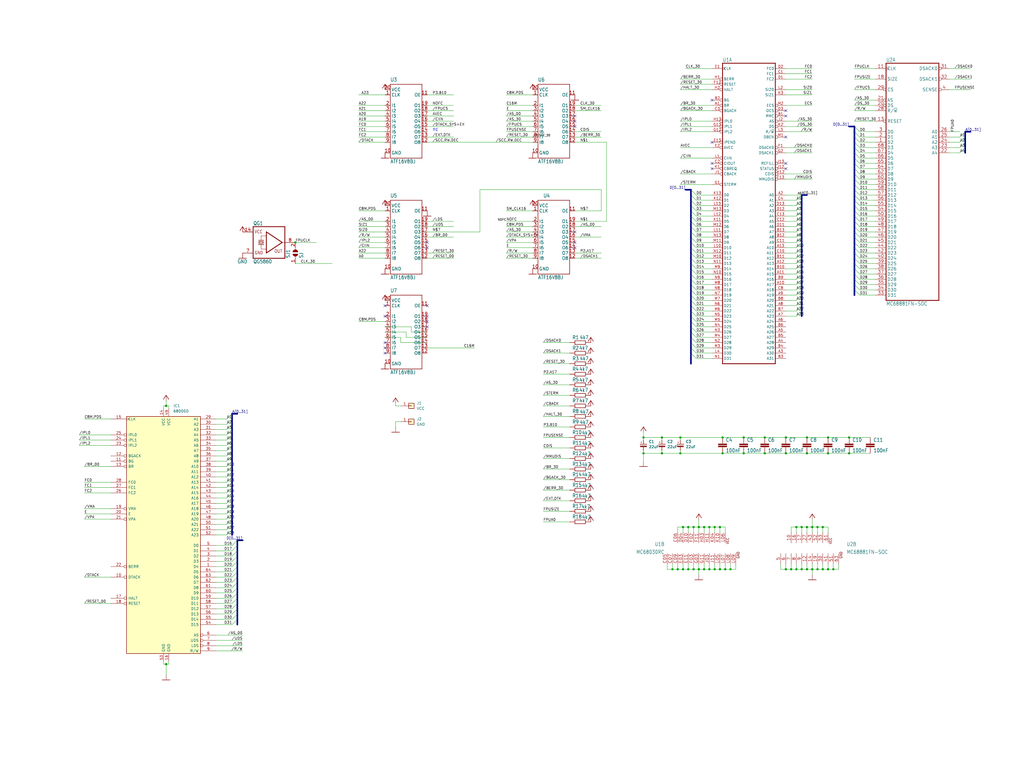
<source format=kicad_sch>
(kicad_sch (version 20250114) (generator "eeschema") (generator_version "9.0")
  (paper "User" 493.141 368.224)
  (text "nc" (at 208.28 63.5 0) (effects (font (size 1.778 1.5113)) (justify left bottom)))
  (junction (at 401.32 274.32))
  (junction (at 408.94 210.82))
  (junction (at 341.63 274.32))
  (junction (at 80.01 320.04))
  (junction (at 339.09 254))
  (junction (at 383.54 274.32))
  (junction (at 331.47 254))
  (junction (at 351.79 274.32))
  (junction (at 327.66 218.44))
  (junction (at 326.39 274.32))
  (junction (at 393.7 254))
  (junction (at 388.62 254))
  (junction (at 408.94 218.44))
  (junction (at 386.08 254))
  (junction (at 388.62 210.82))
  (junction (at 388.62 218.44))
  (junction (at 309.88 210.82))
  (junction (at 327.66 210.82))
  (junction (at 358.14 210.82))
  (junction (at 336.55 254))
  (junction (at 346.71 254))
  (junction (at 398.78 210.82))
  (junction (at 347.98 218.44))
  (junction (at 334.01 274.32))
  (junction (at 142.24 116.84))
  (junction (at 378.46 210.82))
  (junction (at 331.47 274.32))
  (junction (at 358.14 218.44))
  (junction (at 391.16 254))
  (junction (at 398.78 274.32))
  (junction (at 328.93 254))
  (junction (at 391.16 274.32))
  (junction (at 396.24 274.32))
  (junction (at 334.01 254))
  (junction (at 388.62 274.32))
  (junction (at 318.77 210.82))
  (junction (at 318.77 218.44))
  (junction (at 378.46 218.44))
  (junction (at 328.93 274.32))
  (junction (at 347.98 210.82))
  (junction (at 344.17 254))
  (junction (at 309.88 218.44))
  (junction (at 80.01 195.58))
  (junction (at 381 274.32))
  (junction (at 323.85 274.32))
  (junction (at 398.78 218.44))
  (junction (at 396.24 254))
  (junction (at 378.46 274.32))
  (junction (at 368.3 210.82))
  (junction (at 349.25 274.32))
  (junction (at 393.7 274.32))
  (junction (at 339.09 274.32))
  (junction (at 336.55 274.32))
  (junction (at 346.71 274.32))
  (junction (at 386.08 274.32))
  (junction (at 344.17 274.32))
  (junction (at 341.63 254))
  (junction (at 383.54 254))
  (junction (at 368.3 218.44))
  (no_connect (at 342.9 68.58))
  (no_connect (at 378.46 55.88))
  (no_connect (at 205.74 116.84))
  (no_connect (at 378.46 81.28))
  (no_connect (at 276.86 55.88))
  (no_connect (at 276.86 119.38))
  (no_connect (at 185.42 170.18))
  (no_connect (at 342.9 78.74))
  (no_connect (at 276.86 60.96))
  (no_connect (at 205.74 157.48))
  (no_connect (at 185.42 147.32))
  (no_connect (at 205.74 152.4))
  (no_connect (at 276.86 58.42))
  (no_connect (at 276.86 116.84))
  (no_connect (at 205.74 147.32))
  (no_connect (at 185.42 167.64))
  (no_connect (at 205.74 154.94))
  (no_connect (at 185.42 165.1))
  (no_connect (at 185.42 152.4))
  (no_connect (at 276.86 111.76))
  (no_connect (at 378.46 78.74))
  (no_connect (at 205.74 119.38))
  (no_connect (at 342.9 81.28))
  (no_connect (at 378.46 53.34))
  (no_connect (at 342.9 48.26))
  (no_connect (at 378.46 66.04))
  (bus_entry (at 383.54 142.24) (size 2.54 -2.54))
  (bus_entry (at 109.22 214.63) (size 2.54 -2.54))
  (bus_entry (at 383.54 132.08) (size 2.54 -2.54))
  (bus_entry (at 335.28 99.06) (size -2.54 -2.54))
  (bus_entry (at 383.54 139.7) (size 2.54 -2.54))
  (bus_entry (at 414.02 129.54) (size -2.54 -2.54))
  (bus_entry (at 414.02 106.68) (size -2.54 -2.54))
  (bus_entry (at 414.02 139.7) (size -2.54 -2.54))
  (bus_entry (at 414.02 66.04) (size -2.54 -2.54))
  (bus_entry (at 383.54 104.14) (size 2.54 -2.54))
  (bus_entry (at 414.02 142.24) (size -2.54 -2.54))
  (bus_entry (at 383.54 127) (size 2.54 -2.54))
  (bus_entry (at 109.22 257.81) (size 2.54 -2.54))
  (bus_entry (at 414.02 114.3) (size -2.54 -2.54))
  (bus_entry (at 111.76 265.43) (size 2.54 -2.54))
  (bus_entry (at 414.02 91.44) (size -2.54 -2.54))
  (bus_entry (at 335.28 127) (size -2.54 -2.54))
  (bus_entry (at 462.28 73.66) (size 2.54 -2.54))
  (bus_entry (at 111.76 290.83) (size 2.54 -2.54))
  (bus_entry (at 335.28 106.68) (size -2.54 -2.54))
  (bus_entry (at 109.22 201.93) (size 2.54 -2.54))
  (bus_entry (at 335.28 157.48) (size -2.54 -2.54))
  (bus_entry (at 383.54 129.54) (size 2.54 -2.54))
  (bus_entry (at 109.22 252.73) (size 2.54 -2.54))
  (bus_entry (at 109.22 245.11) (size 2.54 -2.54))
  (bus_entry (at 383.54 106.68) (size 2.54 -2.54))
  (bus_entry (at 109.22 209.55) (size 2.54 -2.54))
  (bus_entry (at 109.22 255.27) (size 2.54 -2.54))
  (bus_entry (at 414.02 104.14) (size -2.54 -2.54))
  (bus_entry (at 109.22 232.41) (size 2.54 -2.54))
  (bus_entry (at 111.76 280.67) (size 2.54 -2.54))
  (bus_entry (at 109.22 234.95) (size 2.54 -2.54))
  (bus_entry (at 383.54 114.3) (size 2.54 -2.54))
  (bus_entry (at 109.22 227.33) (size 2.54 -2.54))
  (bus_entry (at 383.54 119.38) (size 2.54 -2.54))
  (bus_entry (at 414.02 99.06) (size -2.54 -2.54))
  (bus_entry (at 414.02 119.38) (size -2.54 -2.54))
  (bus_entry (at 109.22 242.57) (size 2.54 -2.54))
  (bus_entry (at 383.54 99.06) (size 2.54 -2.54))
  (bus_entry (at 111.76 293.37) (size 2.54 -2.54))
  (bus_entry (at 383.54 116.84) (size 2.54 -2.54))
  (bus_entry (at 335.28 170.18) (size -2.54 -2.54))
  (bus_entry (at 335.28 167.64) (size -2.54 -2.54))
  (bus_entry (at 335.28 121.92) (size -2.54 -2.54))
  (bus_entry (at 109.22 229.87) (size 2.54 -2.54))
  (bus_entry (at 335.28 114.3) (size -2.54 -2.54))
  (bus_entry (at 335.28 139.7) (size -2.54 -2.54))
  (bus_entry (at 335.28 144.78) (size -2.54 -2.54))
  (bus_entry (at 414.02 134.62) (size -2.54 -2.54))
  (bus_entry (at 383.54 144.78) (size 2.54 -2.54))
  (bus_entry (at 111.76 288.29) (size 2.54 -2.54))
  (bus_entry (at 335.28 93.98) (size -2.54 -2.54))
  (bus_entry (at 109.22 204.47) (size 2.54 -2.54))
  (bus_entry (at 111.76 262.89) (size 2.54 -2.54))
  (bus_entry (at 111.76 295.91) (size 2.54 -2.54))
  (bus_entry (at 335.28 165.1) (size -2.54 -2.54))
  (bus_entry (at 335.28 109.22) (size -2.54 -2.54))
  (bus_entry (at 335.28 96.52) (size -2.54 -2.54))
  (bus_entry (at 462.28 66.04) (size 2.54 -2.54))
  (bus_entry (at 414.02 137.16) (size -2.54 -2.54))
  (bus_entry (at 462.28 71.12) (size 2.54 -2.54))
  (bus_entry (at 335.28 116.84) (size -2.54 -2.54))
  (bus_entry (at 414.02 127) (size -2.54 -2.54))
  (bus_entry (at 414.02 71.12) (size -2.54 -2.54))
  (bus_entry (at 414.02 86.36) (size -2.54 -2.54))
  (bus_entry (at 335.28 142.24) (size -2.54 -2.54))
  (bus_entry (at 414.02 121.92) (size -2.54 -2.54))
  (bus_entry (at 335.28 124.46) (size -2.54 -2.54))
  (bus_entry (at 109.22 237.49) (size 2.54 -2.54))
  (bus_entry (at 111.76 270.51) (size 2.54 -2.54))
  (bus_entry (at 414.02 124.46) (size -2.54 -2.54))
  (bus_entry (at 414.02 78.74) (size -2.54 -2.54))
  (bus_entry (at 414.02 88.9) (size -2.54 -2.54))
  (bus_entry (at 109.22 247.65) (size 2.54 -2.54))
  (bus_entry (at 335.28 119.38) (size -2.54 -2.54))
  (bus_entry (at 111.76 273.05) (size 2.54 -2.54))
  (bus_entry (at 109.22 222.25) (size 2.54 -2.54))
  (bus_entry (at 335.28 152.4) (size -2.54 -2.54))
  (bus_entry (at 335.28 101.6) (size -2.54 -2.54))
  (bus_entry (at 383.54 147.32) (size 2.54 -2.54))
  (bus_entry (at 335.28 111.76) (size -2.54 -2.54))
  (bus_entry (at 414.02 68.58) (size -2.54 -2.54))
  (bus_entry (at 414.02 83.82) (size -2.54 -2.54))
  (bus_entry (at 414.02 81.28) (size -2.54 -2.54))
  (bus_entry (at 414.02 73.66) (size -2.54 -2.54))
  (bus_entry (at 109.22 240.03) (size 2.54 -2.54))
  (bus_entry (at 335.28 172.72) (size -2.54 -2.54))
  (bus_entry (at 335.28 129.54) (size -2.54 -2.54))
  (bus_entry (at 109.22 212.09) (size 2.54 -2.54))
  (bus_entry (at 335.28 147.32) (size -2.54 -2.54))
  (bus_entry (at 414.02 76.2) (size -2.54 -2.54))
  (bus_entry (at 414.02 63.5) (size -2.54 -2.54))
  (bus_entry (at 383.54 124.46) (size 2.54 -2.54))
  (bus_entry (at 111.76 283.21) (size 2.54 -2.54))
  (bus_entry (at 462.28 68.58) (size 2.54 -2.54))
  (bus_entry (at 109.22 224.79) (size 2.54 -2.54))
  (bus_entry (at 109.22 207.01) (size 2.54 -2.54))
  (bus_entry (at 111.76 298.45) (size 2.54 -2.54))
  (bus_entry (at 414.02 101.6) (size -2.54 -2.54))
  (bus_entry (at 383.54 121.92) (size 2.54 -2.54))
  (bus_entry (at 383.54 152.4) (size 2.54 -2.54))
  (bus_entry (at 414.02 132.08) (size -2.54 -2.54))
  (bus_entry (at 335.28 154.94) (size -2.54 -2.54))
  (bus_entry (at 111.76 278.13) (size 2.54 -2.54))
  (bus_entry (at 335.28 160.02) (size -2.54 -2.54))
  (bus_entry (at 383.54 101.6) (size 2.54 -2.54))
  (bus_entry (at 383.54 111.76) (size 2.54 -2.54))
  (bus_entry (at 109.22 250.19) (size 2.54 -2.54))
  (bus_entry (at 111.76 285.75) (size 2.54 -2.54))
  (bus_entry (at 111.76 275.59) (size 2.54 -2.54))
  (bus_entry (at 383.54 134.62) (size 2.54 -2.54))
  (bus_entry (at 335.28 134.62) (size -2.54 -2.54))
  (bus_entry (at 414.02 93.98) (size -2.54 -2.54))
  (bus_entry (at 414.02 109.22) (size -2.54 -2.54))
  (bus_entry (at 335.28 149.86) (size -2.54 -2.54))
  (bus_entry (at 383.54 96.52) (size 2.54 -2.54))
  (bus_entry (at 383.54 149.86) (size 2.54 -2.54))
  (bus_entry (at 414.02 96.52) (size -2.54 -2.54))
  (bus_entry (at 335.28 162.56) (size -2.54 -2.54))
  (bus_entry (at 383.54 137.16) (size 2.54 -2.54))
  (bus_entry (at 109.22 219.71) (size 2.54 -2.54))
  (bus_entry (at 111.76 300.99) (size 2.54 -2.54))
  (bus_entry (at 335.28 132.08) (size -2.54 -2.54))
  (bus_entry (at 109.22 217.17) (size 2.54 -2.54))
  (bus_entry (at 383.54 109.22) (size 2.54 -2.54))
  (bus_entry (at 335.28 137.16) (size -2.54 -2.54))
  (bus_entry (at 335.28 104.14) (size -2.54 -2.54))
  (bus_entry (at 414.02 116.84) (size -2.54 -2.54))
  (bus_entry (at 414.02 111.76) (size -2.54 -2.54))
  (bus_entry (at 111.76 267.97) (size 2.54 -2.54))
  (wire (pts (xy 342.9 114.3) (xy 335.28 114.3)) (stroke (width 0.1524)))
  (wire (pts (xy 342.9 142.24) (xy 335.28 142.24)) (stroke (width 0.1524)))
  (wire (pts (xy 276.86 114.3) (xy 289.56 114.3)) (stroke (width 0.1524)))
  (wire (pts (xy 323.85 274.32) (xy 326.39 274.32)))
  (wire (pts (xy 381 271.78) (xy 381 274.32)))
  (wire (pts (xy 104.14 265.43) (xy 111.76 265.43)) (stroke (width 0.1524)))
  (wire (pts (xy 256.54 109.22) (xy 243.84 109.22)) (stroke (width 0.1524)))
  (bus (pts (xy 111.76 237.49) (xy 111.76 240.03)) (stroke (width 0.762)))
  (wire (pts (xy 342.9 33.02) (xy 330.2 33.02)) (stroke (width 0.1524)))
  (wire (pts (xy 342.9 101.6) (xy 335.28 101.6)) (stroke (width 0.1524)))
  (wire (pts (xy 421.64 86.36) (xy 414.02 86.36)) (stroke (width 0.1524)))
  (bus (pts (xy 114.3 262.89) (xy 114.3 265.43)) (stroke (width 0.762)))
  (wire (pts (xy 185.42 106.68) (xy 172.72 106.68)) (stroke (width 0.1524)))
  (wire (pts (xy 457.2 73.66) (xy 462.28 73.66)) (stroke (width 0.1524)))
  (wire (pts (xy 104.14 267.97) (xy 111.76 267.97)) (stroke (width 0.1524)))
  (wire (pts (xy 185.42 109.22) (xy 172.72 109.22)) (stroke (width 0.1524)))
  (wire (pts (xy 342.9 116.84) (xy 335.28 116.84)) (stroke (width 0.1524)))
  (bus (pts (xy 411.48 71.12) (xy 411.48 73.66)) (stroke (width 0.762)))
  (wire (pts (xy 381 254) (xy 383.54 254)))
  (wire (pts (xy 193.04 165.1) (xy 205.74 165.1)) (stroke (width 0.1524)))
  (wire (pts (xy 403.86 271.78) (xy 403.86 274.32)))
  (bus (pts (xy 411.48 76.2) (xy 411.48 78.74)) (stroke (width 0.762)))
  (bus (pts (xy 332.74 167.64) (xy 332.74 170.18)) (stroke (width 0.762)))
  (bus (pts (xy 411.48 104.14) (xy 411.48 106.68)) (stroke (width 0.762)))
  (wire (pts (xy 309.88 208.28) (xy 309.88 210.82)) (stroke (width 0.1524)))
  (bus (pts (xy 332.74 119.38) (xy 332.74 121.92)) (stroke (width 0.762)))
  (wire (pts (xy 321.31 274.32) (xy 323.85 274.32)))
  (wire (pts (xy 142.24 127) (xy 160.02 127)) (stroke (width 0.1524)))
  (wire (pts (xy 378.46 271.78) (xy 378.46 274.32)))
  (wire (pts (xy 104.14 278.13) (xy 111.76 278.13)) (stroke (width 0.1524)))
  (wire (pts (xy 256.54 124.46) (xy 243.84 124.46)) (stroke (width 0.1524)))
  (wire (pts (xy 231.14 111.76) (xy 205.74 111.76)) (stroke (width 0.1524)))
  (wire (pts (xy 289.56 91.44) (xy 289.56 101.6)) (stroke (width 0.1524)))
  (bus (pts (xy 111.76 219.71) (xy 111.76 222.25)) (stroke (width 0.762)))
  (wire (pts (xy 378.46 149.86) (xy 383.54 149.86)) (stroke (width 0.1524)))
  (bus (pts (xy 332.74 116.84) (xy 332.74 119.38)) (stroke (width 0.762)))
  (wire (pts (xy 457.2 63.5) (xy 462.28 63.5)) (stroke (width 0.1524)))
  (bus (pts (xy 332.74 157.48) (xy 332.74 160.02)) (stroke (width 0.762)))
  (wire (pts (xy 421.64 38.1) (xy 411.48 38.1)) (stroke (width 0.1524)))
  (wire (pts (xy 205.74 68.58) (xy 256.54 68.58)) (stroke (width 0.1524)))
  (bus (pts (xy 111.76 227.33) (xy 111.76 229.87)) (stroke (width 0.762)))
  (wire (pts (xy 38.1 209.55) (xy 53.34 209.55)) (stroke (width 0.1524)))
  (wire (pts (xy 383.54 274.32) (xy 386.08 274.32)))
  (wire (pts (xy 342.9 147.32) (xy 335.28 147.32)) (stroke (width 0.1524)))
  (wire (pts (xy 421.64 119.38) (xy 414.02 119.38)) (stroke (width 0.1524)))
  (wire (pts (xy 261.62 231.14) (xy 274.32 231.14)) (stroke (width 0.1524)))
  (wire (pts (xy 346.71 271.78) (xy 346.71 274.32)))
  (wire (pts (xy 378.46 137.16) (xy 383.54 137.16)) (stroke (width 0.1524)))
  (wire (pts (xy 256.54 101.6) (xy 243.84 101.6)) (stroke (width 0.1524)))
  (wire (pts (xy 342.9 93.98) (xy 335.28 93.98)) (stroke (width 0.1524)))
  (wire (pts (xy 421.64 114.3) (xy 414.02 114.3)) (stroke (width 0.1524)))
  (wire (pts (xy 53.34 245.11) (xy 40.64 245.11)) (stroke (width 0.1524)))
  (wire (pts (xy 421.64 101.6) (xy 414.02 101.6)) (stroke (width 0.1524)))
  (wire (pts (xy 391.16 274.32) (xy 391.16 276.86)))
  (wire (pts (xy 342.9 124.46) (xy 335.28 124.46)) (stroke (width 0.1524)))
  (wire (pts (xy 261.62 185.42) (xy 274.32 185.42)) (stroke (width 0.1524)))
  (wire (pts (xy 309.88 218.44) (xy 317.5 218.44)))
  (wire (pts (xy 104.14 222.25) (xy 109.22 222.25)) (stroke (width 0.1524)))
  (wire (pts (xy 185.42 121.92) (xy 172.72 121.92)) (stroke (width 0.1524)))
  (bus (pts (xy 411.48 129.54) (xy 411.48 132.08)) (stroke (width 0.762)))
  (wire (pts (xy 104.14 257.81) (xy 109.22 257.81)) (stroke (width 0.1524)))
  (wire (pts (xy 378.46 60.96) (xy 391.16 60.96)) (stroke (width 0.1524)))
  (bus (pts (xy 114.3 298.45) (xy 114.3 300.99)) (stroke (width 0.762)))
  (wire (pts (xy 104.14 212.09) (xy 109.22 212.09)) (stroke (width 0.1524)))
  (wire (pts (xy 378.46 101.6) (xy 383.54 101.6)) (stroke (width 0.1524)))
  (wire (pts (xy 309.88 218.44) (xy 309.88 222.25)) (stroke (width 0.1524)))
  (bus (pts (xy 111.76 234.95) (xy 111.76 237.49)) (stroke (width 0.762)))
  (wire (pts (xy 104.14 201.93) (xy 109.22 201.93)) (stroke (width 0.1524)))
  (wire (pts (xy 411.48 50.8) (xy 421.64 50.8)) (stroke (width 0.1524)))
  (bus (pts (xy 411.48 121.92) (xy 411.48 124.46)) (stroke (width 0.762)))
  (wire (pts (xy 421.64 106.68) (xy 414.02 106.68)) (stroke (width 0.1524)))
  (wire (pts (xy 349.25 274.32) (xy 351.79 274.32)))
  (wire (pts (xy 317.5 210.82) (xy 318.77 210.82)) (stroke (width 0.1524)))
  (bus (pts (xy 386.08 134.62) (xy 386.08 137.16)) (stroke (width 0.762)))
  (bus (pts (xy 332.74 111.76) (xy 332.74 114.3)) (stroke (width 0.762)))
  (wire (pts (xy 104.14 298.45) (xy 111.76 298.45)) (stroke (width 0.1524)))
  (wire (pts (xy 378.46 104.14) (xy 383.54 104.14)) (stroke (width 0.1524)))
  (wire (pts (xy 256.54 55.88) (xy 243.84 55.88)) (stroke (width 0.1524)))
  (wire (pts (xy 342.9 139.7) (xy 335.28 139.7)) (stroke (width 0.1524)))
  (wire (pts (xy 421.64 83.82) (xy 414.02 83.82)) (stroke (width 0.1524)))
  (wire (pts (xy 334.01 254) (xy 334.01 256.54)))
  (wire (pts (xy 398.78 271.78) (xy 398.78 274.32)))
  (wire (pts (xy 388.62 218.44) (xy 398.78 218.44)) (stroke (width 0.1524)))
  (wire (pts (xy 341.63 254) (xy 341.63 256.54)))
  (wire (pts (xy 104.14 247.65) (xy 109.22 247.65)) (stroke (width 0.1524)))
  (wire (pts (xy 104.14 295.91) (xy 111.76 295.91)) (stroke (width 0.1524)))
  (wire (pts (xy 349.25 254) (xy 349.25 256.54)))
  (wire (pts (xy 243.84 106.68) (xy 256.54 106.68)) (stroke (width 0.1524)))
  (wire (pts (xy 104.14 275.59) (xy 111.76 275.59)) (stroke (width 0.1524)))
  (wire (pts (xy 342.9 96.52) (xy 335.28 96.52)) (stroke (width 0.1524)))
  (wire (pts (xy 104.14 290.83) (xy 111.76 290.83)) (stroke (width 0.1524)))
  (wire (pts (xy 378.46 99.06) (xy 383.54 99.06)) (stroke (width 0.1524)))
  (wire (pts (xy 391.16 250.19) (xy 391.16 254)))
  (wire (pts (xy 205.74 121.92) (xy 218.44 121.92)) (stroke (width 0.1524)))
  (wire (pts (xy 205.74 50.8) (xy 218.44 50.8)) (stroke (width 0.1524)))
  (wire (pts (xy 342.9 149.86) (xy 335.28 149.86)) (stroke (width 0.1524)))
  (wire (pts (xy 104.14 214.63) (xy 109.22 214.63)) (stroke (width 0.1524)))
  (wire (pts (xy 104.14 237.49) (xy 109.22 237.49)) (stroke (width 0.1524)))
  (wire (pts (xy 368.3 218.44) (xy 378.46 218.44)) (stroke (width 0.1524)))
  (wire (pts (xy 342.9 127) (xy 335.28 127)) (stroke (width 0.1524)))
  (wire (pts (xy 185.42 162.56) (xy 193.04 162.56)) (stroke (width 0.1524)))
  (bus (pts (xy 332.74 152.4) (xy 332.74 154.94)) (stroke (width 0.762)))
  (wire (pts (xy 381 274.32) (xy 383.54 274.32)))
  (wire (pts (xy 378.46 274.32) (xy 381 274.32)))
  (wire (pts (xy 342.9 71.12) (xy 327.66 71.12)) (stroke (width 0.1524)))
  (wire (pts (xy 190.5 195.58) (xy 193.04 195.58)))
  (bus (pts (xy 332.74 127) (xy 332.74 129.54)) (stroke (width 0.762)))
  (wire (pts (xy 190.5 194.31) (xy 190.5 195.58)))
  (wire (pts (xy 339.09 254) (xy 339.09 256.54)))
  (wire (pts (xy 351.79 271.78) (xy 351.79 274.32)))
  (bus (pts (xy 332.74 129.54) (xy 332.74 132.08)) (stroke (width 0.762)))
  (wire (pts (xy 342.9 43.18) (xy 327.66 43.18)) (stroke (width 0.1524)))
  (wire (pts (xy 80.01 320.04) (xy 80.01 325.12)) (stroke (width 0.1524)))
  (wire (pts (xy 193.04 162.56) (xy 193.04 165.1)) (stroke (width 0.1524)))
  (wire (pts (xy 396.24 254) (xy 396.24 256.54)))
  (wire (pts (xy 378.46 73.66) (xy 391.16 73.66)) (stroke (width 0.1524)))
  (wire (pts (xy 104.14 242.57) (xy 109.22 242.57)) (stroke (width 0.1524)))
  (bus (pts (xy 332.74 93.98) (xy 332.74 96.52)) (stroke (width 0.762)))
  (wire (pts (xy 256.54 111.76) (xy 243.84 111.76)) (stroke (width 0.1524)))
  (wire (pts (xy 40.64 224.79) (xy 53.34 224.79)) (stroke (width 0.1524)))
  (wire (pts (xy 274.32 165.1) (xy 261.62 165.1)) (stroke (width 0.1524)))
  (wire (pts (xy 396.24 274.32) (xy 398.78 274.32)))
  (bus (pts (xy 111.76 250.19) (xy 111.76 252.73)) (stroke (width 0.762)))
  (wire (pts (xy 185.42 124.46) (xy 172.72 124.46)) (stroke (width 0.1524)))
  (wire (pts (xy 323.85 271.78) (xy 323.85 274.32)))
  (bus (pts (xy 116.84 260.35) (xy 114.3 260.35)) (stroke (width 0.762)))
  (wire (pts (xy 378.46 218.44) (xy 388.62 218.44)) (stroke (width 0.1524)))
  (wire (pts (xy 104.14 293.37) (xy 111.76 293.37)) (stroke (width 0.1524)))
  (bus (pts (xy 114.3 280.67) (xy 114.3 283.21)) (stroke (width 0.762)))
  (wire (pts (xy 104.14 204.47) (xy 109.22 204.47)) (stroke (width 0.1524)))
  (wire (pts (xy 104.14 273.05) (xy 111.76 273.05)) (stroke (width 0.1524)))
  (wire (pts (xy 421.64 91.44) (xy 414.02 91.44)) (stroke (width 0.1524)))
  (wire (pts (xy 334.01 271.78) (xy 334.01 274.32)))
  (wire (pts (xy 185.42 119.38) (xy 172.72 119.38)) (stroke (width 0.1524)))
  (wire (pts (xy 342.9 172.72) (xy 335.28 172.72)) (stroke (width 0.1524)))
  (bus (pts (xy 114.3 267.97) (xy 114.3 270.51)) (stroke (width 0.762)))
  (bus (pts (xy 332.74 132.08) (xy 332.74 134.62)) (stroke (width 0.762)))
  (bus (pts (xy 332.74 154.94) (xy 332.74 157.48)) (stroke (width 0.762)))
  (wire (pts (xy 349.25 271.78) (xy 349.25 274.32)))
  (wire (pts (xy 342.9 50.8) (xy 327.66 50.8)) (stroke (width 0.1524)))
  (bus (pts (xy 332.74 144.78) (xy 332.74 147.32)) (stroke (width 0.762)))
  (wire (pts (xy 205.74 109.22) (xy 218.44 109.22)) (stroke (width 0.1524)))
  (wire (pts (xy 393.7 254) (xy 393.7 256.54)))
  (wire (pts (xy 261.62 226.06) (xy 274.32 226.06)) (stroke (width 0.1524)))
  (wire (pts (xy 342.9 157.48) (xy 335.28 157.48)) (stroke (width 0.1524)))
  (wire (pts (xy 116.84 313.69) (xy 104.14 313.69)) (stroke (width 0.1524)))
  (wire (pts (xy 378.46 129.54) (xy 383.54 129.54)) (stroke (width 0.1524)))
  (wire (pts (xy 326.39 271.78) (xy 326.39 274.32)))
  (wire (pts (xy 421.64 96.52) (xy 414.02 96.52)) (stroke (width 0.1524)))
  (wire (pts (xy 274.32 215.9) (xy 261.62 215.9)) (stroke (width 0.1524)))
  (wire (pts (xy 274.32 220.98) (xy 261.62 220.98)) (stroke (width 0.1524)))
  (wire (pts (xy 421.64 116.84) (xy 414.02 116.84)) (stroke (width 0.1524)))
  (wire (pts (xy 261.62 241.3) (xy 274.32 241.3)) (stroke (width 0.1524)))
  (wire (pts (xy 378.46 142.24) (xy 383.54 142.24)) (stroke (width 0.1524)))
  (wire (pts (xy 342.9 104.14) (xy 335.28 104.14)) (stroke (width 0.1524)))
  (wire (pts (xy 276.86 121.92) (xy 289.56 121.92)) (stroke (width 0.1524)))
  (wire (pts (xy 104.14 300.99) (xy 111.76 300.99)) (stroke (width 0.1524)))
  (wire (pts (xy 53.34 250.19) (xy 40.64 250.19)) (stroke (width 0.1524)))
  (wire (pts (xy 378.46 83.82) (xy 391.16 83.82)) (stroke (width 0.1524)))
  (bus (pts (xy 332.74 114.3) (xy 332.74 116.84)) (stroke (width 0.762)))
  (bus (pts (xy 332.74 147.32) (xy 332.74 149.86)) (stroke (width 0.762)))
  (wire (pts (xy 391.16 254) (xy 393.7 254)))
  (wire (pts (xy 53.34 278.13) (xy 40.64 278.13)) (stroke (width 0.1524)))
  (wire (pts (xy 342.9 121.92) (xy 335.28 121.92)) (stroke (width 0.1524)))
  (wire (pts (xy 336.55 250.19) (xy 336.55 254)))
  (bus (pts (xy 411.48 134.62) (xy 411.48 137.16)) (stroke (width 0.762)))
  (wire (pts (xy 378.46 111.76) (xy 383.54 111.76)) (stroke (width 0.1524)))
  (wire (pts (xy 346.71 274.32) (xy 349.25 274.32)))
  (wire (pts (xy 274.32 246.38) (xy 261.62 246.38)) (stroke (width 0.1524)))
  (wire (pts (xy 375.92 274.32) (xy 378.46 274.32)))
  (bus (pts (xy 332.74 170.18) (xy 332.74 175.26)) (stroke (width 0.762)))
  (bus (pts (xy 388.62 93.98) (xy 386.08 93.98)) (stroke (width 0.762)))
  (wire (pts (xy 261.62 180.34) (xy 274.32 180.34)) (stroke (width 0.1524)))
  (bus (pts (xy 332.74 134.62) (xy 332.74 137.16)) (stroke (width 0.762)))
  (bus (pts (xy 111.76 214.63) (xy 111.76 217.17)) (stroke (width 0.762)))
  (bus (pts (xy 111.76 232.41) (xy 111.76 234.95)) (stroke (width 0.762)))
  (bus (pts (xy 114.3 293.37) (xy 114.3 295.91)) (stroke (width 0.762)))
  (wire (pts (xy 276.86 53.34) (xy 289.56 53.34)) (stroke (width 0.1524)))
  (wire (pts (xy 327.66 217.17) (xy 327.66 218.44)))
  (wire (pts (xy 457.2 66.04) (xy 462.28 66.04)) (stroke (width 0.1524)))
  (wire (pts (xy 40.64 247.65) (xy 53.34 247.65)) (stroke (width 0.1524)))
  (wire (pts (xy 261.62 190.5) (xy 274.32 190.5)) (stroke (width 0.1524)))
  (wire (pts (xy 344.17 274.32) (xy 346.71 274.32)))
  (wire (pts (xy 388.62 271.78) (xy 388.62 274.32)))
  (wire (pts (xy 185.42 68.58) (xy 172.72 68.58)) (stroke (width 0.1524)))
  (wire (pts (xy 231.14 111.76) (xy 231.14 91.44)) (stroke (width 0.1524)))
  (wire (pts (xy 421.64 88.9) (xy 414.02 88.9)) (stroke (width 0.1524)))
  (bus (pts (xy 332.74 96.52) (xy 332.74 99.06)) (stroke (width 0.762)))
  (bus (pts (xy 411.48 111.76) (xy 411.48 114.3)) (stroke (width 0.762)))
  (wire (pts (xy 104.14 283.21) (xy 111.76 283.21)) (stroke (width 0.1524)))
  (wire (pts (xy 342.9 144.78) (xy 335.28 144.78)) (stroke (width 0.1524)))
  (wire (pts (xy 378.46 114.3) (xy 383.54 114.3)) (stroke (width 0.1524)))
  (bus (pts (xy 411.48 109.22) (xy 411.48 111.76)) (stroke (width 0.762)))
  (wire (pts (xy 185.42 114.3) (xy 172.72 114.3)) (stroke (width 0.1524)))
  (wire (pts (xy 205.74 66.04) (xy 218.44 66.04)) (stroke (width 0.1524)))
  (wire (pts (xy 256.54 45.72) (xy 243.84 45.72)) (stroke (width 0.1524)))
  (wire (pts (xy 321.31 271.78) (xy 321.31 274.32)))
  (wire (pts (xy 342.9 63.5) (xy 327.66 63.5)) (stroke (width 0.1524)))
  (wire (pts (xy 195.58 160.02) (xy 195.58 162.56)) (stroke (width 0.1524)))
  (wire (pts (xy 358.14 218.44) (xy 368.3 218.44)) (stroke (width 0.1524)))
  (wire (pts (xy 104.14 285.75) (xy 111.76 285.75)) (stroke (width 0.1524)))
  (bus (pts (xy 332.74 139.7) (xy 332.74 142.24)) (stroke (width 0.762)))
  (wire (pts (xy 261.62 251.46) (xy 274.32 251.46)) (stroke (width 0.1524)))
  (bus (pts (xy 464.82 68.58) (xy 464.82 71.12)) (stroke (width 0.762)))
  (wire (pts (xy 421.64 124.46) (xy 414.02 124.46)) (stroke (width 0.1524)))
  (wire (pts (xy 185.42 53.34) (xy 172.72 53.34)) (stroke (width 0.1524)))
  (wire (pts (xy 378.46 144.78) (xy 383.54 144.78)) (stroke (width 0.1524)))
  (bus (pts (xy 411.48 83.82) (xy 411.48 86.36)) (stroke (width 0.762)))
  (wire (pts (xy 327.66 40.64) (xy 342.9 40.64)) (stroke (width 0.1524)))
  (wire (pts (xy 318.77 217.17) (xy 318.77 218.44)))
  (wire (pts (xy 342.9 88.9) (xy 327.66 88.9)) (stroke (width 0.1524)))
  (wire (pts (xy 421.64 48.26) (xy 411.48 48.26)) (stroke (width 0.1524)))
  (wire (pts (xy 342.9 38.1) (xy 327.66 38.1)) (stroke (width 0.1524)))
  (wire (pts (xy 328.93 274.32) (xy 331.47 274.32)))
  (bus (pts (xy 411.48 119.38) (xy 411.48 121.92)) (stroke (width 0.762)))
  (wire (pts (xy 80.01 195.58) (xy 81.28 195.58)) (stroke (width 0.1524)))
  (wire (pts (xy 398.78 254) (xy 398.78 256.54)))
  (wire (pts (xy 421.64 99.06) (xy 414.02 99.06)) (stroke (width 0.1524)))
  (bus (pts (xy 114.3 275.59) (xy 114.3 278.13)) (stroke (width 0.762)))
  (wire (pts (xy 256.54 121.92) (xy 243.84 121.92)) (stroke (width 0.1524)))
  (wire (pts (xy 274.32 205.74) (xy 261.62 205.74)) (stroke (width 0.1524)))
  (bus (pts (xy 386.08 124.46) (xy 386.08 127)) (stroke (width 0.762)))
  (wire (pts (xy 274.32 175.26) (xy 261.62 175.26)) (stroke (width 0.1524)))
  (wire (pts (xy 104.14 217.17) (xy 109.22 217.17)) (stroke (width 0.1524)))
  (wire (pts (xy 218.44 58.42) (xy 205.74 58.42)) (stroke (width 0.1524)))
  (wire (pts (xy 116.84 306.07) (xy 104.14 306.07)) (stroke (width 0.1524)))
  (wire (pts (xy 342.9 129.54) (xy 335.28 129.54)) (stroke (width 0.1524)))
  (wire (pts (xy 401.32 271.78) (xy 401.32 274.32)))
  (wire (pts (xy 256.54 50.8) (xy 243.84 50.8)) (stroke (width 0.1524)))
  (wire (pts (xy 276.86 68.58) (xy 292.1 68.58)) (stroke (width 0.1524)))
  (wire (pts (xy 342.9 162.56) (xy 335.28 162.56)) (stroke (width 0.1524)))
  (wire (pts (xy 347.98 210.82) (xy 358.14 210.82)) (stroke (width 0.1524)))
  (wire (pts (xy 190.5 203.2) (xy 190.5 205.74)))
  (wire (pts (xy 195.58 162.56) (xy 205.74 162.56)) (stroke (width 0.1524)))
  (wire (pts (xy 411.48 58.42) (xy 421.64 58.42)) (stroke (width 0.1524)))
  (wire (pts (xy 391.16 38.1) (xy 378.46 38.1)) (stroke (width 0.1524)))
  (wire (pts (xy 351.79 274.32) (xy 354.33 274.32)))
  (wire (pts (xy 421.64 142.24) (xy 414.02 142.24)) (stroke (width 0.1524)))
  (wire (pts (xy 341.63 271.78) (xy 341.63 274.32)))
  (bus (pts (xy 332.74 149.86) (xy 332.74 152.4)) (stroke (width 0.762)))
  (bus (pts (xy 467.36 63.5) (xy 464.82 63.5)) (stroke (width 0.762)))
  (wire (pts (xy 331.47 274.32) (xy 334.01 274.32)))
  (wire (pts (xy 396.24 271.78) (xy 396.24 274.32)))
  (wire (pts (xy 391.16 33.02) (xy 378.46 33.02)) (stroke (width 0.1524)))
  (wire (pts (xy 378.46 96.52) (xy 383.54 96.52)) (stroke (width 0.1524)))
  (bus (pts (xy 411.48 114.3) (xy 411.48 116.84)) (stroke (width 0.762)))
  (bus (pts (xy 386.08 149.86) (xy 386.08 152.4)) (stroke (width 0.762)))
  (wire (pts (xy 276.86 63.5) (xy 289.56 63.5)) (stroke (width 0.1524)))
  (wire (pts (xy 80.01 320.04) (xy 81.28 320.04)))
  (wire (pts (xy 309.88 210.82) (xy 317.5 210.82)))
  (bus (pts (xy 332.74 91.44) (xy 332.74 93.98)) (stroke (width 0.762)))
  (wire (pts (xy 205.74 106.68) (xy 218.44 106.68)) (stroke (width 0.1524)))
  (wire (pts (xy 327.66 210.82) (xy 327.66 212.09)) (stroke (width 0.1524)))
  (bus (pts (xy 411.48 66.04) (xy 411.48 68.58)) (stroke (width 0.762)))
  (wire (pts (xy 386.08 271.78) (xy 386.08 274.32)))
  (wire (pts (xy 342.9 111.76) (xy 335.28 111.76)) (stroke (width 0.1524)))
  (wire (pts (xy 421.64 93.98) (xy 414.02 93.98)) (stroke (width 0.1524)))
  (wire (pts (xy 378.46 147.32) (xy 383.54 147.32)) (stroke (width 0.1524)))
  (bus (pts (xy 411.48 124.46) (xy 411.48 127)) (stroke (width 0.762)))
  (wire (pts (xy 342.9 53.34) (xy 327.66 53.34)) (stroke (width 0.1524)))
  (wire (pts (xy 104.14 250.19) (xy 109.22 250.19)) (stroke (width 0.1524)))
  (wire (pts (xy 341.63 254) (xy 344.17 254)))
  (bus (pts (xy 386.08 116.84) (xy 386.08 119.38)) (stroke (width 0.762)))
  (bus (pts (xy 111.76 245.11) (xy 111.76 247.65)) (stroke (width 0.762)))
  (wire (pts (xy 261.62 200.66) (xy 274.32 200.66)) (stroke (width 0.1524)))
  (wire (pts (xy 256.54 60.96) (xy 243.84 60.96)) (stroke (width 0.1524)))
  (wire (pts (xy 467.36 43.18) (xy 457.2 43.18)) (stroke (width 0.1524)))
  (wire (pts (xy 185.42 116.84) (xy 172.72 116.84)) (stroke (width 0.1524)))
  (bus (pts (xy 114.3 270.51) (xy 114.3 273.05)) (stroke (width 0.762)))
  (wire (pts (xy 104.14 255.27) (xy 109.22 255.27)) (stroke (width 0.1524)))
  (bus (pts (xy 386.08 96.52) (xy 386.08 99.06)) (stroke (width 0.762)))
  (wire (pts (xy 421.64 137.16) (xy 414.02 137.16)) (stroke (width 0.1524)))
  (wire (pts (xy 185.42 63.5) (xy 172.72 63.5)) (stroke (width 0.1524)))
  (wire (pts (xy 346.71 254) (xy 346.71 256.54)))
  (wire (pts (xy 393.7 271.78) (xy 393.7 274.32)))
  (wire (pts (xy 421.64 134.62) (xy 414.02 134.62)) (stroke (width 0.1524)))
  (wire (pts (xy 342.9 134.62) (xy 335.28 134.62)) (stroke (width 0.1524)))
  (wire (pts (xy 401.32 274.32) (xy 403.86 274.32)))
  (wire (pts (xy 185.42 60.96) (xy 172.72 60.96)) (stroke (width 0.1524)))
  (wire (pts (xy 378.46 119.38) (xy 383.54 119.38)) (stroke (width 0.1524)))
  (bus (pts (xy 114.3 295.91) (xy 114.3 298.45)) (stroke (width 0.762)))
  (bus (pts (xy 111.76 209.55) (xy 111.76 212.09)) (stroke (width 0.762)))
  (wire (pts (xy 388.62 254) (xy 391.16 254)))
  (bus (pts (xy 111.76 229.87) (xy 111.76 232.41)) (stroke (width 0.762)))
  (wire (pts (xy 342.9 165.1) (xy 335.28 165.1)) (stroke (width 0.1524)))
  (wire (pts (xy 274.32 170.18) (xy 261.62 170.18)) (stroke (width 0.1524)))
  (wire (pts (xy 289.56 101.6) (xy 276.86 101.6)) (stroke (width 0.1524)))
  (wire (pts (xy 104.14 280.67) (xy 111.76 280.67)) (stroke (width 0.1524)))
  (wire (pts (xy 104.14 270.51) (xy 111.76 270.51)) (stroke (width 0.1524)))
  (wire (pts (xy 342.9 137.16) (xy 335.28 137.16)) (stroke (width 0.1524)))
  (bus (pts (xy 332.74 162.56) (xy 332.74 165.1)) (stroke (width 0.762)))
  (wire (pts (xy 378.46 63.5) (xy 391.16 63.5)) (stroke (width 0.1524)))
  (bus (pts (xy 386.08 144.78) (xy 386.08 147.32)) (stroke (width 0.762)))
  (wire (pts (xy 457.2 68.58) (xy 462.28 68.58)) (stroke (width 0.1524)))
  (wire (pts (xy 309.88 212.09) (xy 309.88 210.82)))
  (bus (pts (xy 114.3 288.29) (xy 114.3 290.83)) (stroke (width 0.762)))
  (bus (pts (xy 386.08 99.06) (xy 386.08 101.6)) (stroke (width 0.762)))
  (bus (pts (xy 111.76 212.09) (xy 111.76 214.63)) (stroke (width 0.762)))
  (wire (pts (xy 421.64 139.7) (xy 414.02 139.7)) (stroke (width 0.1524)))
  (wire (pts (xy 383.54 254) (xy 386.08 254)))
  (bus (pts (xy 386.08 147.32) (xy 386.08 149.86)) (stroke (width 0.762)))
  (wire (pts (xy 342.9 167.64) (xy 335.28 167.64)) (stroke (width 0.1524)))
  (wire (pts (xy 375.92 271.78) (xy 375.92 274.32)))
  (bus (pts (xy 464.82 66.04) (xy 464.82 68.58)) (stroke (width 0.762)))
  (wire (pts (xy 78.74 195.58) (xy 80.01 195.58)))
  (wire (pts (xy 381 256.54) (xy 381 254)))
  (bus (pts (xy 114.3 265.43) (xy 114.3 267.97)) (stroke (width 0.762)))
  (wire (pts (xy 104.14 240.03) (xy 109.22 240.03)) (stroke (width 0.1524)))
  (bus (pts (xy 332.74 99.06) (xy 332.74 101.6)) (stroke (width 0.762)))
  (wire (pts (xy 205.74 60.96) (xy 218.44 60.96)) (stroke (width 0.1524)))
  (bus (pts (xy 386.08 132.08) (xy 386.08 134.62)) (stroke (width 0.762)))
  (bus (pts (xy 332.74 101.6) (xy 332.74 104.14)) (stroke (width 0.762)))
  (wire (pts (xy 104.14 227.33) (xy 109.22 227.33)) (stroke (width 0.1524)))
  (bus (pts (xy 411.48 86.36) (xy 411.48 88.9)) (stroke (width 0.762)))
  (wire (pts (xy 354.33 271.78) (xy 354.33 274.32)))
  (wire (pts (xy 421.64 109.22) (xy 414.02 109.22)) (stroke (width 0.1524)))
  (wire (pts (xy 292.1 68.58) (xy 292.1 106.68)) (stroke (width 0.1524)))
  (wire (pts (xy 185.42 66.04) (xy 172.72 66.04)) (stroke (width 0.1524)))
  (wire (pts (xy 378.46 134.62) (xy 383.54 134.62)) (stroke (width 0.1524)))
  (wire (pts (xy 104.14 308.61) (xy 116.84 308.61)) (stroke (width 0.1524)))
  (wire (pts (xy 378.46 152.4) (xy 383.54 152.4)) (stroke (width 0.1524)))
  (wire (pts (xy 256.54 116.84) (xy 243.84 116.84)) (stroke (width 0.1524)))
  (wire (pts (xy 383.54 254) (xy 383.54 256.54)))
  (bus (pts (xy 111.76 204.47) (xy 111.76 207.01)) (stroke (width 0.762)))
  (wire (pts (xy 198.12 160.02) (xy 205.74 160.02)) (stroke (width 0.1524)))
  (bus (pts (xy 386.08 93.98) (xy 386.08 96.52)) (stroke (width 0.762)))
  (wire (pts (xy 378.46 124.46) (xy 383.54 124.46)) (stroke (width 0.1524)))
  (wire (pts (xy 421.64 33.02) (xy 411.48 33.02)) (stroke (width 0.1524)))
  (bus (pts (xy 114.3 199.39) (xy 111.76 199.39)) (stroke (width 0.762)))
  (wire (pts (xy 398.78 210.82) (xy 408.94 210.82)) (stroke (width 0.1524)))
  (wire (pts (xy 185.42 45.72) (xy 172.72 45.72)) (stroke (width 0.1524)))
  (wire (pts (xy 276.86 109.22) (xy 289.56 109.22)) (stroke (width 0.1524)))
  (wire (pts (xy 185.42 55.88) (xy 172.72 55.88)) (stroke (width 0.1524)))
  (wire (pts (xy 421.64 63.5) (xy 414.02 63.5)) (stroke (width 0.1524)))
  (wire (pts (xy 383.54 271.78) (xy 383.54 274.32)))
  (bus (pts (xy 386.08 129.54) (xy 386.08 132.08)) (stroke (width 0.762)))
  (wire (pts (xy 218.44 53.34) (xy 205.74 53.34)) (stroke (width 0.1524)))
  (wire (pts (xy 368.3 210.82) (xy 378.46 210.82)) (stroke (width 0.1524)))
  (wire (pts (xy 228.6 167.64) (xy 205.74 167.64)) (stroke (width 0.1524)))
  (wire (pts (xy 276.86 124.46) (xy 289.56 124.46)) (stroke (width 0.1524)))
  (wire (pts (xy 344.17 254) (xy 344.17 256.54)))
  (bus (pts (xy 332.74 106.68) (xy 332.74 109.22)) (stroke (width 0.762)))
  (bus (pts (xy 332.74 104.14) (xy 332.74 106.68)) (stroke (width 0.762)))
  (wire (pts (xy 256.54 53.34) (xy 243.84 53.34)) (stroke (width 0.1524)))
  (bus (pts (xy 411.48 127) (xy 411.48 129.54)) (stroke (width 0.762)))
  (wire (pts (xy 261.62 195.58) (xy 274.32 195.58)) (stroke (width 0.1524)))
  (wire (pts (xy 193.04 203.2) (xy 190.5 203.2)))
  (wire (pts (xy 336.55 254) (xy 336.55 256.54)))
  (bus (pts (xy 114.3 290.83) (xy 114.3 293.37)) (stroke (width 0.762)))
  (bus (pts (xy 111.76 222.25) (xy 111.76 224.79)) (stroke (width 0.762)))
  (wire (pts (xy 398.78 218.44) (xy 408.94 218.44)) (stroke (width 0.1524)))
  (bus (pts (xy 386.08 104.14) (xy 386.08 106.68)) (stroke (width 0.762)))
  (wire (pts (xy 378.46 127) (xy 383.54 127)) (stroke (width 0.1524)))
  (wire (pts (xy 336.55 254) (xy 339.09 254)))
  (wire (pts (xy 378.46 210.82) (xy 388.62 210.82)) (stroke (width 0.1524)))
  (wire (pts (xy 386.08 274.32) (xy 388.62 274.32)))
  (wire (pts (xy 342.9 83.82) (xy 327.66 83.82)) (stroke (width 0.1524)))
  (bus (pts (xy 114.3 273.05) (xy 114.3 275.59)) (stroke (width 0.762)))
  (wire (pts (xy 326.39 256.54) (xy 326.39 254)))
  (wire (pts (xy 386.08 254) (xy 388.62 254)))
  (bus (pts (xy 386.08 119.38) (xy 386.08 121.92)) (stroke (width 0.762)))
  (wire (pts (xy 378.46 43.18) (xy 391.16 43.18)) (stroke (width 0.1524)))
  (wire (pts (xy 218.44 124.46) (xy 205.74 124.46)) (stroke (width 0.1524)))
  (wire (pts (xy 378.46 116.84) (xy 383.54 116.84)) (stroke (width 0.1524)))
  (wire (pts (xy 378.46 109.22) (xy 383.54 109.22)) (stroke (width 0.1524)))
  (wire (pts (xy 391.16 58.42) (xy 378.46 58.42)) (stroke (width 0.1524)))
  (wire (pts (xy 78.74 318.77) (xy 78.74 320.04)))
  (bus (pts (xy 411.48 96.52) (xy 411.48 99.06)) (stroke (width 0.762)))
  (wire (pts (xy 317.5 218.44) (xy 318.77 218.44)) (stroke (width 0.1524)))
  (wire (pts (xy 339.09 254) (xy 341.63 254)))
  (wire (pts (xy 205.74 114.3) (xy 218.44 114.3)) (stroke (width 0.1524)))
  (wire (pts (xy 327.66 210.82) (xy 347.98 210.82)) (stroke (width 0.1524)))
  (wire (pts (xy 342.9 119.38) (xy 335.28 119.38)) (stroke (width 0.1524)))
  (wire (pts (xy 421.64 129.54) (xy 414.02 129.54)) (stroke (width 0.1524)))
  (bus (pts (xy 464.82 63.5) (xy 464.82 66.04)) (stroke (width 0.762)))
  (bus (pts (xy 114.3 285.75) (xy 114.3 288.29)) (stroke (width 0.762)))
  (wire (pts (xy 378.46 71.12) (xy 391.16 71.12)) (stroke (width 0.1524)))
  (wire (pts (xy 347.98 218.44) (xy 358.14 218.44)) (stroke (width 0.1524)))
  (wire (pts (xy 261.62 210.82) (xy 274.32 210.82)) (stroke (width 0.1524)))
  (bus (pts (xy 386.08 101.6) (xy 386.08 104.14)) (stroke (width 0.762)))
  (bus (pts (xy 386.08 139.7) (xy 386.08 142.24)) (stroke (width 0.762)))
  (wire (pts (xy 339.09 274.32) (xy 341.63 274.32)))
  (wire (pts (xy 104.14 234.95) (xy 109.22 234.95)) (stroke (width 0.1524)))
  (wire (pts (xy 421.64 81.28) (xy 414.02 81.28)) (stroke (width 0.1524)))
  (wire (pts (xy 53.34 201.93) (xy 40.64 201.93)) (stroke (width 0.1524)))
  (wire (pts (xy 336.55 274.32) (xy 336.55 276.86)))
  (wire (pts (xy 185.42 50.8) (xy 172.72 50.8)) (stroke (width 0.1524)))
  (wire (pts (xy 421.64 76.2) (xy 414.02 76.2)) (stroke (width 0.1524)))
  (wire (pts (xy 342.9 154.94) (xy 335.28 154.94)) (stroke (width 0.1524)))
  (wire (pts (xy 104.14 288.29) (xy 111.76 288.29)) (stroke (width 0.1524)))
  (wire (pts (xy 104.14 229.87) (xy 109.22 229.87)) (stroke (width 0.1524)))
  (wire (pts (xy 327.66 58.42) (xy 342.9 58.42)) (stroke (width 0.1524)))
  (wire (pts (xy 421.64 78.74) (xy 414.02 78.74)) (stroke (width 0.1524)))
  (bus (pts (xy 111.76 252.73) (xy 111.76 255.27)) (stroke (width 0.762)))
  (wire (pts (xy 408.94 218.44) (xy 419.1 218.44)) (stroke (width 0.1524)))
  (bus (pts (xy 411.48 99.06) (xy 411.48 101.6)) (stroke (width 0.762)))
  (bus (pts (xy 111.76 217.17) (xy 111.76 219.71)) (stroke (width 0.762)))
  (bus (pts (xy 386.08 114.3) (xy 386.08 116.84)) (stroke (width 0.762)))
  (wire (pts (xy 256.54 58.42) (xy 243.84 58.42)) (stroke (width 0.1524)))
  (wire (pts (xy 411.48 53.34) (xy 421.64 53.34)) (stroke (width 0.1524)))
  (wire (pts (xy 342.9 132.08) (xy 335.28 132.08)) (stroke (width 0.1524)))
  (wire (pts (xy 318.77 210.82) (xy 318.77 212.09)))
  (wire (pts (xy 104.14 232.41) (xy 109.22 232.41)) (stroke (width 0.1524)))
  (wire (pts (xy 342.9 109.22) (xy 335.28 109.22)) (stroke (width 0.1524)))
  (bus (pts (xy 114.3 278.13) (xy 114.3 280.67)) (stroke (width 0.762)))
  (wire (pts (xy 331.47 254) (xy 331.47 256.54)))
  (wire (pts (xy 344.17 254) (xy 346.71 254)))
  (wire (pts (xy 388.62 210.82) (xy 398.78 210.82)) (stroke (width 0.1524)))
  (wire (pts (xy 328.93 254) (xy 331.47 254)))
  (bus (pts (xy 411.48 63.5) (xy 411.48 66.04)) (stroke (width 0.762)))
  (wire (pts (xy 53.34 290.83) (xy 40.64 290.83)) (stroke (width 0.1524)))
  (wire (pts (xy 421.64 127) (xy 414.02 127)) (stroke (width 0.1524)))
  (wire (pts (xy 256.54 63.5) (xy 243.84 63.5)) (stroke (width 0.1524)))
  (wire (pts (xy 80.01 193.04) (xy 80.01 195.58)) (stroke (width 0.1524)))
  (bus (pts (xy 411.48 137.16) (xy 411.48 139.7)) (stroke (width 0.762)))
  (bus (pts (xy 386.08 121.92) (xy 386.08 124.46)) (stroke (width 0.762)))
  (wire (pts (xy 336.55 271.78) (xy 336.55 274.32)))
  (wire (pts (xy 261.62 236.22) (xy 274.32 236.22)) (stroke (width 0.1524)))
  (wire (pts (xy 391.16 35.56) (xy 378.46 35.56)) (stroke (width 0.1524)))
  (wire (pts (xy 391.16 271.78) (xy 391.16 274.32)))
  (wire (pts (xy 386.08 254) (xy 386.08 256.54)))
  (wire (pts (xy 205.74 55.88) (xy 218.44 55.88)) (stroke (width 0.1524)))
  (bus (pts (xy 386.08 109.22) (xy 386.08 111.76)) (stroke (width 0.762)))
  (wire (pts (xy 276.86 66.04) (xy 289.56 66.04)) (stroke (width 0.1524)))
  (wire (pts (xy 378.46 106.68) (xy 383.54 106.68)) (stroke (width 0.1524)))
  (wire (pts (xy 256.54 119.38) (xy 243.84 119.38)) (stroke (width 0.1524)))
  (wire (pts (xy 341.63 274.32) (xy 344.17 274.32)))
  (wire (pts (xy 231.14 91.44) (xy 289.56 91.44)) (stroke (width 0.1524)))
  (wire (pts (xy 334.01 254) (xy 336.55 254)))
  (wire (pts (xy 104.14 209.55) (xy 109.22 209.55)) (stroke (width 0.1524)))
  (wire (pts (xy 342.9 152.4) (xy 335.28 152.4)) (stroke (width 0.1524)))
  (wire (pts (xy 326.39 274.32) (xy 328.93 274.32)))
  (wire (pts (xy 185.42 160.02) (xy 195.58 160.02)) (stroke (width 0.1524)))
  (wire (pts (xy 78.74 196.85) (xy 78.74 195.58)))
  (wire (pts (xy 218.44 45.72) (xy 205.74 45.72)) (stroke (width 0.1524)))
  (bus (pts (xy 386.08 111.76) (xy 386.08 114.3)) (stroke (width 0.762)))
  (wire (pts (xy 198.12 157.48) (xy 198.12 160.02)) (stroke (width 0.1524)))
  (bus (pts (xy 111.76 242.57) (xy 111.76 245.11)) (stroke (width 0.762)))
  (wire (pts (xy 342.9 160.02) (xy 335.28 160.02)) (stroke (width 0.1524)))
  (wire (pts (xy 40.64 232.41) (xy 53.34 232.41)) (stroke (width 0.1524)))
  (wire (pts (xy 318.77 218.44) (xy 327.66 218.44)) (stroke (width 0.1524)))
  (wire (pts (xy 457.2 38.1) (xy 467.36 38.1)) (stroke (width 0.1524)))
  (wire (pts (xy 292.1 106.68) (xy 276.86 106.68)) (stroke (width 0.1524)))
  (bus (pts (xy 411.48 78.74) (xy 411.48 81.28)) (stroke (width 0.762)))
  (wire (pts (xy 185.42 154.94) (xy 172.72 154.94)) (stroke (width 0.1524)))
  (bus (pts (xy 114.3 260.35) (xy 114.3 262.89)) (stroke (width 0.762)))
  (wire (pts (xy 391.16 254) (xy 391.16 256.54)))
  (wire (pts (xy 328.93 271.78) (xy 328.93 274.32)))
  (wire (pts (xy 40.64 237.49) (xy 53.34 237.49)) (stroke (width 0.1524)))
  (wire (pts (xy 421.64 111.76) (xy 414.02 111.76)) (stroke (width 0.1524)))
  (bus (pts (xy 411.48 73.66) (xy 411.48 76.2)) (stroke (width 0.762)))
  (bus (pts (xy 386.08 106.68) (xy 386.08 109.22)) (stroke (width 0.762)))
  (wire (pts (xy 457.2 71.12) (xy 462.28 71.12)) (stroke (width 0.1524)))
  (wire (pts (xy 421.64 43.18) (xy 411.48 43.18)) (stroke (width 0.1524)))
  (wire (pts (xy 391.16 274.32) (xy 393.7 274.32)))
  (bus (pts (xy 411.48 93.98) (xy 411.48 96.52)) (stroke (width 0.762)))
  (wire (pts (xy 40.64 234.95) (xy 53.34 234.95)) (stroke (width 0.1524)))
  (bus (pts (xy 332.74 160.02) (xy 332.74 162.56)) (stroke (width 0.762)))
  (wire (pts (xy 318.77 210.82) (xy 327.66 210.82)) (stroke (width 0.1524)))
  (bus (pts (xy 411.48 101.6) (xy 411.48 104.14)) (stroke (width 0.762)))
  (wire (pts (xy 393.7 274.32) (xy 396.24 274.32)))
  (bus (pts (xy 332.74 142.24) (xy 332.74 144.78)) (stroke (width 0.762)))
  (bus (pts (xy 111.76 201.93) (xy 111.76 204.47)) (stroke (width 0.762)))
  (bus (pts (xy 411.48 60.96) (xy 411.48 63.5)) (stroke (width 0.762)))
  (bus (pts (xy 411.48 139.7) (xy 411.48 142.24)) (stroke (width 0.762)))
  (wire (pts (xy 104.14 207.01) (xy 109.22 207.01)) (stroke (width 0.1524)))
  (wire (pts (xy 327.66 218.44) (xy 347.98 218.44)) (stroke (width 0.1524)))
  (wire (pts (xy 326.39 254) (xy 328.93 254)))
  (bus (pts (xy 332.74 91.44) (xy 330.2 91.44)) (stroke (width 0.762)))
  (bus (pts (xy 111.76 224.79) (xy 111.76 227.33)) (stroke (width 0.762)))
  (wire (pts (xy 342.9 170.18) (xy 335.28 170.18)) (stroke (width 0.1524)))
  (wire (pts (xy 327.66 60.96) (xy 342.9 60.96)) (stroke (width 0.1524)))
  (wire (pts (xy 421.64 68.58) (xy 414.02 68.58)) (stroke (width 0.1524)))
  (wire (pts (xy 421.64 73.66) (xy 414.02 73.66)) (stroke (width 0.1524)))
  (wire (pts (xy 104.14 224.79) (xy 109.22 224.79)) (stroke (width 0.1524)))
  (wire (pts (xy 342.9 106.68) (xy 335.28 106.68)) (stroke (width 0.1524)))
  (wire (pts (xy 378.46 139.7) (xy 383.54 139.7)) (stroke (width 0.1524)))
  (wire (pts (xy 331.47 271.78) (xy 331.47 274.32)))
  (wire (pts (xy 358.14 210.82) (xy 368.3 210.82)) (stroke (width 0.1524)))
  (bus (pts (xy 111.76 207.01) (xy 111.76 209.55)) (stroke (width 0.762)))
  (wire (pts (xy 81.28 195.58) (xy 81.28 196.85)) (stroke (width 0.1524)))
  (bus (pts (xy 114.3 283.21) (xy 114.3 285.75)) (stroke (width 0.762)))
  (bus (pts (xy 411.48 81.28) (xy 411.48 83.82)) (stroke (width 0.762)))
  (wire (pts (xy 339.09 271.78) (xy 339.09 274.32)))
  (wire (pts (xy 388.62 254) (xy 388.62 256.54)))
  (wire (pts (xy 81.28 320.04) (xy 81.28 318.77)))
  (wire (pts (xy 328.93 254) (xy 328.93 256.54)))
  (wire (pts (xy 243.84 114.3) (xy 256.54 114.3)) (stroke (width 0.1524)))
  (wire (pts (xy 378.46 132.08) (xy 383.54 132.08)) (stroke (width 0.1524)))
  (wire (pts (xy 185.42 157.48) (xy 198.12 157.48)) (stroke (width 0.1524)))
  (bus (pts (xy 111.76 199.39) (xy 111.76 201.93)) (stroke (width 0.762)))
  (wire (pts (xy 378.46 93.98) (xy 386.08 93.98)) (stroke (width 0.1524)))
  (bus (pts (xy 332.74 124.46) (xy 332.74 127)) (stroke (width 0.762)))
  (bus (pts (xy 411.48 60.96) (xy 408.94 60.96)) (stroke (width 0.762)))
  (wire (pts (xy 393.7 254) (xy 396.24 254)))
  (wire (pts (xy 104.14 245.11) (xy 109.22 245.11)) (stroke (width 0.1524)))
  (wire (pts (xy 388.62 274.32) (xy 391.16 274.32)))
  (wire (pts (xy 344.17 271.78) (xy 344.17 274.32)))
  (wire (pts (xy 346.71 254) (xy 349.25 254)))
  (wire (pts (xy 38.1 212.09) (xy 53.34 212.09)) (stroke (width 0.1524)))
  (wire (pts (xy 78.74 320.04) (xy 80.01 320.04)))
  (bus (pts (xy 386.08 137.16) (xy 386.08 139.7)) (stroke (width 0.762)))
  (wire (pts (xy 342.9 99.06) (xy 335.28 99.06)) (stroke (width 0.1524)))
  (bus (pts (xy 111.76 240.03) (xy 111.76 242.57)) (stroke (width 0.762)))
  (wire (pts (xy 334.01 274.32) (xy 336.55 274.32)))
  (wire (pts (xy 398.78 274.32) (xy 401.32 274.32)))
  (wire (pts (xy 331.47 254) (xy 334.01 254)))
  (bus (pts (xy 332.74 137.16) (xy 332.74 139.7)) (stroke (width 0.762)))
  (wire (pts (xy 104.14 219.71) (xy 109.22 219.71)) (stroke (width 0.1524)))
  (wire (pts (xy 336.55 274.32) (xy 339.09 274.32)))
  (wire (pts (xy 142.24 116.84) (xy 152.4 116.84)) (stroke (width 0.1524)))
  (wire (pts (xy 185.42 101.6) (xy 172.72 101.6)) (stroke (width 0.1524)))
  (bus (pts (xy 386.08 142.24) (xy 386.08 144.78)) (stroke (width 0.762)))
  (wire (pts (xy 378.46 45.72) (xy 391.16 45.72)) (stroke (width 0.1524)))
  (bus (pts (xy 411.48 106.68) (xy 411.48 109.22)) (stroke (width 0.762)))
  (bus (pts (xy 411.48 116.84) (xy 411.48 119.38)) (stroke (width 0.762)))
  (bus (pts (xy 332.74 165.1) (xy 332.74 167.64)) (stroke (width 0.762)))
  (bus (pts (xy 111.76 255.27) (xy 111.76 257.81)) (stroke (width 0.762)))
  (bus (pts (xy 411.48 68.58) (xy 411.48 71.12)) (stroke (width 0.762)))
  (wire (pts (xy 276.86 50.8) (xy 289.56 50.8)) (stroke (width 0.1524)))
  (wire (pts (xy 309.88 217.17) (xy 309.88 218.44)))
  (bus (pts (xy 411.48 132.08) (xy 411.48 134.62)) (stroke (width 0.762)))
  (wire (pts (xy 116.84 311.15) (xy 104.14 311.15)) (stroke (width 0.1524)))
  (wire (pts (xy 421.64 132.08) (xy 414.02 132.08)) (stroke (width 0.1524)))
  (wire (pts (xy 408.94 210.82) (xy 419.1 210.82)) (stroke (width 0.1524)))
  (wire (pts (xy 378.46 121.92) (xy 383.54 121.92)) (stroke (width 0.1524)))
  (wire (pts (xy 38.1 214.63) (xy 53.34 214.63)) (stroke (width 0.1524)))
  (wire (pts (xy 457.2 33.02) (xy 467.36 33.02)) (stroke (width 0.1524)))
  (wire (pts (xy 421.64 71.12) (xy 414.02 71.12)) (stroke (width 0.1524)))
  (wire (pts (xy 104.14 262.89) (xy 111.76 262.89)) (stroke (width 0.1524)))
  (wire (pts (xy 185.42 58.42) (xy 172.72 58.42)) (stroke (width 0.1524)))
  (wire (pts (xy 378.46 50.8) (xy 391.16 50.8)) (stroke (width 0.1524)))
  (bus (pts (xy 332.74 109.22) (xy 332.74 111.76)) (stroke (width 0.762)))
  (wire (pts (xy 185.42 111.76) (xy 172.72 111.76)) (stroke (width 0.1524)))
  (bus (pts (xy 411.48 91.44) (xy 411.48 93.98)) (stroke (width 0.762)))
  (bus (pts (xy 411.48 88.9) (xy 411.48 91.44)) (stroke (width 0.762)))
  (wire (pts (xy 421.64 121.92) (xy 414.02 121.92)) (stroke (width 0.1524)))
  (wire (pts (xy 104.14 252.73) (xy 109.22 252.73)) (stroke (width 0.1524)))
  (wire (pts (xy 378.46 86.36) (xy 391.16 86.36)) (stroke (width 0.1524)))
  (bus (pts (xy 464.82 71.12) (xy 464.82 73.66)) (stroke (width 0.762)))
  (bus (pts (xy 111.76 247.65) (xy 111.76 250.19)) (stroke (width 0.762)))
  (bus (pts (xy 332.74 121.92) (xy 332.74 124.46)) (stroke (width 0.762)))
  (wire (pts (xy 256.54 66.04) (xy 243.84 66.04)) (stroke (width 0.1524)))
  (wire (pts (xy 421.64 66.04) (xy 414.02 66.04)) (stroke (width 0.1524)))
  (wire (pts (xy 421.64 104.14) (xy 414.02 104.14)) (stroke (width 0.1524)))
  (wire (pts (xy 396.24 254) (xy 398.78 254)))
  (bus (pts (xy 386.08 127) (xy 386.08 129.54)) (stroke (width 0.762)))
  (wire (pts (xy 342.9 76.2) (xy 327.66 76.2)) (stroke (width 0.1524)))
  (label "FC2" (at 172.72 66.04 0) (effects (font (size 1.2446 1.2446))))
  (label "FPUSENSE" (at 261.62 210.82 0) (effects (font (size 1.2446 1.2446))))
  (label "A3" (at 462.28 71.12 0) (effects (font (size 1.2446 1.2446))))
  (label "/AS_00" (at 279.4 109.22 0) (effects (font (size 1.2446 1.2446))))
  (label "D8" (at 335.28 114.3 0) (effects (font (size 1.2446 1.2446))))
  (label "A22" (at 383.54 149.86 0) (effects (font (size 1.2446 1.2446))))
  (label "FPUCLK" (at 411.48 33.02 0) (effects (font (size 1.2446 1.2446))))
  (label "/BGACK_30" (at 261.62 231.14 0) (effects (font (size 1.2446 1.2446))))
  (label "A20" (at 172.72 55.88 0) (effects (font (size 1.2446 1.2446))))
  (label "A22" (at 109.22 255.27 0) (effects (font (size 1.2446 1.2446))))
  (label "D18" (at 335.28 139.7 0) (effects (font (size 1.2446 1.2446))))
  (label "E" (at 243.84 53.34 0) (effects (font (size 1.2446 1.2446))))
  (label "A20" (at 383.54 144.78 0) (effects (font (size 1.2446 1.2446))))
  (label "/RESET_30" (at 208.28 121.92 0) (effects (font (size 1.2446 1.2446))))
  (label "D19" (at 335.28 142.24 0) (effects (font (size 1.2446 1.2446))))
  (label "/SCC.RW.DEC" (at 208.28 68.58 0) (effects (font (size 1.2446 1.2446))))
  (label "A1" (at 383.54 96.52 0) (effects (font (size 1.2446 1.2446))))
  (label "D20" (at 111.76 273.05 180) (effects (font (size 1.2446 1.2446))))
  (label "/FPUCS" (at 208.28 53.34 0) (effects (font (size 1.2446 1.2446))))
  (label "/CIIN" (at 208.28 58.42 0) (effects (font (size 1.2446 1.2446))))
  (label "C16M" (at 243.84 50.8 0) (effects (font (size 1.2446 1.2446))))
  (label "D25" (at 111.76 285.75 180) (effects (font (size 1.2446 1.2446))))
  (label "/LDS" (at 116.84 311.15 180) (effects (font (size 1.2446 1.2446))))
  (label "D10" (at 414.02 88.9 0) (effects (font (size 1.2446 1.2446))))
  (label "A8" (at 383.54 114.3 0) (effects (font (size 1.2446 1.2446))))
  (label "D16" (at 414.02 104.14 0) (effects (font (size 1.2446 1.2446))))
  (label "D14" (at 414.02 99.06 0) (effects (font (size 1.2446 1.2446))))
  (label "D12" (at 414.02 93.98 0) (effects (font (size 1.2446 1.2446))))
  (label "P2.A17" (at 279.4 121.92 0) (effects (font (size 1.2446 1.2446))))
  (label "/IPL0" (at 327.66 58.42 0) (effects (font (size 1.2446 1.2446))))
  (label "D22" (at 335.28 149.86 0) (effects (font (size 1.2446 1.2446))))
  (label "CDIS" (at 261.62 215.9 0) (effects (font (size 1.2446 1.2446))))
  (label "/DSACK1" (at 261.62 170.18 0) (effects (font (size 1.2446 1.2446))))
  (label "/DS_30" (at 391.16 60.96 180) (effects (font (size 1.2446 1.2446))))
  (label "A8" (at 109.22 219.71 0) (effects (font (size 1.2446 1.2446))))
  (label "D17" (at 414.02 106.68 0) (effects (font (size 1.2446 1.2446))))
  (label "/RESET_30" (at 327.66 40.64 0) (effects (font (size 1.2446 1.2446))))
  (label "D13" (at 335.28 127 0) (effects (font (size 1.2446 1.2446))))
  (label "/UDS" (at 208.28 109.22 0) (effects (font (size 1.2446 1.2446))))
  (label "D18" (at 111.76 267.97 180) (effects (font (size 1.2446 1.2446))))
  (label "D3" (at 335.28 101.6 0) (effects (font (size 1.2446 1.2446))))
  (label "AVEC" (at 327.66 71.12 0) (effects (font (size 1.2446 1.2446))))
  (label "/VMA" (at 40.64 245.11 0) (effects (font (size 1.2446 1.2446))))
  (label "D23" (at 111.76 280.67 180) (effects (font (size 1.2446 1.2446))))
  (label "/R/W" (at 116.84 313.69 180) (effects (font (size 1.2446 1.2446))))
  (label "/IPL2" (at 172.72 116.84 0) (effects (font (size 1.2446 1.2446))))
  (label "A18" (at 109.22 245.11 0) (effects (font (size 1.2446 1.2446))))
  (label "SM_CLK16" (at 279.4 53.34 0) (effects (font (size 1.2446 1.2446))))
  (label "FC0" (at 391.16 33.02 180) (effects (font (size 1.2446 1.2446))))
  (label "N$1" (at 279.4 106.68 0) (effects (font (size 1.2446 1.2446))))
  (label "/RESET_30" (at 261.62 175.26 0) (effects (font (size 1.2446 1.2446))))
  (label "/R/W" (at 243.84 121.92 0) (effects (font (size 1.2446 1.2446))))
  (label "/BERR_30" (at 261.62 236.22 0) (effects (font (size 1.2446 1.2446))))
  (label "A[0..31]" (at 386.08 93.98 0) (effects (font (size 1.2446 1.2446))))
  (label "D16" (at 335.28 134.62 0) (effects (font (size 1.2446 1.2446))))
  (label "/DSACK1" (at 459.74 38.1 0) (effects (font (size 1.2446 1.2446))))
  (label "SIZ0" (at 172.72 111.76 0) (effects (font (size 1.2446 1.2446))))
  (label "D14" (at 335.28 129.54 0) (effects (font (size 1.2446 1.2446))))
  (label "/EXT.DTK" (at 261.62 241.3 0) (effects (font (size 1.2446 1.2446))))
  (label "A2" (at 383.54 99.06 0) (effects (font (size 1.2446 1.2446))))
  (label "/IPL2" (at 327.66 63.5 0) (effects (font (size 1.2446 1.2446))))
  (label "N$7" (at 208.28 111.76 0) (effects (font (size 1.2446 1.2446))))
  (label "FPUCLK" (at 142.24 116.84 0) (effects (font (size 1.2446 1.2446))))
  (label "D4" (at 414.02 73.66 0) (effects (font (size 1.2446 1.2446))))
  (label "D24" (at 111.76 283.21 180) (effects (font (size 1.2446 1.2446))))
  (label "D6" (at 414.02 78.74 0) (effects (font (size 1.2446 1.2446))))
  (label "D9" (at 414.02 86.36 0) (effects (font (size 1.2446 1.2446))))
  (label "D21" (at 335.28 147.32 0) (effects (font (size 1.2446 1.2446))))
  (label "/LDS" (at 208.28 106.68 0) (effects (font (size 1.2446 1.2446))))
  (label "D2" (at 335.28 99.06 0) (effects (font (size 1.2446 1.2446))))
  (label "/DSACK0" (at 261.62 165.1 0) (effects (font (size 1.2446 1.2446))))
  (label "D10" (at 335.28 119.38 0) (effects (font (size 1.2446 1.2446))))
  (label "A10" (at 383.54 119.38 0) (effects (font (size 1.2446 1.2446))))
  (label "/BR_30" (at 327.66 50.8 0) (effects (font (size 1.2446 1.2446))))
  (label "FC1" (at 391.16 35.56 180) (effects (font (size 1.2446 1.2446))))
  (label "FC1" (at 40.64 234.95 0) (effects (font (size 1.2446 1.2446))))
  (label "A21" (at 109.22 252.73 0) (effects (font (size 1.2446 1.2446))))
  (label "A1" (at 462.28 66.04 0) (effects (font (size 1.2446 1.2446))))
  (label "D15" (at 335.28 132.08 0) (effects (font (size 1.2446 1.2446))))
  (label "D27" (at 335.28 162.56 0) (effects (font (size 1.2446 1.2446))))
  (label "/RESET_30" (at 256.54 66.04 0) (effects (font (size 1.016 1.016))))
  (label "FC1" (at 172.72 63.5 0) (effects (font (size 1.2446 1.2446))))
  (label "/DTACK_SYS+EX" (at 208.28 60.96 0) (effects (font (size 1.2446 1.2446))))
  (label "A23" (at 383.54 152.4 0) (effects (font (size 1.2446 1.2446))))
  (label "E" (at 243.84 119.38 0) (effects (font (size 1.2446 1.2446))))
  (label "FPUSIZE" (at 411.48 38.1 0) (effects (font (size 1.2446 1.2446))))
  (label "A10" (at 109.22 224.79 0) (effects (font (size 1.2446 1.2446))))
  (label "A15" (at 109.22 237.49 0) (effects (font (size 1.2446 1.2446))))
  (label "D17" (at 335.28 137.16 0) (effects (font (size 1.2446 1.2446))))
  (label "D19" (at 414.02 111.76 0) (effects (font (size 1.2446 1.2446))))
  (label "A19" (at 109.22 247.65 0) (effects (font (size 1.2446 1.2446))))
  (label "/BR_00" (at 208.28 114.3 0) (effects (font (size 1.2446 1.2446))))
  (label "D11" (at 335.28 121.92 0) (effects (font (size 1.2446 1.2446))))
  (label "/AS_00" (at 172.72 106.68 0) (effects (font (size 1.2446 1.2446))))
  (label "A20" (at 109.22 250.19 0) (effects (font (size 1.2446 1.2446))))
  (label "C8M.PDS" (at 243.84 45.72 0) (effects (font (size 1.2446 1.2446))))
  (label "A19" (at 383.54 142.24 0) (effects (font (size 1.2446 1.2446))))
  (label "D9" (at 335.28 116.84 0) (effects (font (size 1.2446 1.2446))))
  (label "D11" (at 414.02 91.44 0) (effects (font (size 1.2446 1.2446))))
  (label "A21" (at 172.72 53.34 0) (effects (font (size 1.2446 1.2446))))
  (label "/FPUCS" (at 243.84 60.96 0) (effects (font (size 1.2446 1.2446))))
  (label "A11" (at 383.54 121.92 0) (effects (font (size 1.2446 1.2446))))
  (label "A9" (at 383.54 116.84 0) (effects (font (size 1.2446 1.2446))))
  (label "N$1" (at 279.4 68.58 0) (effects (font (size 1.2446 1.2446))))
  (label "D27" (at 111.76 290.83 180) (effects (font (size 1.2446 1.2446))))
  (label "A22" (at 172.72 121.92 0) (effects (font (size 1.2446 1.2446))))
  (label "/AS_30" (at 243.84 58.42 0) (effects (font (size 1.2446 1.2446))))
  (label "D4" (at 335.28 104.14 0) (effects (font (size 1.2446 1.2446))))
  (label "A1" (at 109.22 201.93 0) (effects (font (size 1.2446 1.2446))))
  (label "D13" (at 414.02 96.52 0) (effects (font (size 1.2446 1.2446))))
  (label "E" (at 40.64 247.65 0) (effects (font (size 1.2446 1.2446))))
  (label "CDIS" (at 391.16 83.82 180) (effects (font (size 1.2446 1.2446))))
  (label "D24" (at 414.02 124.46 0) (effects (font (size 1.2446 1.2446))))
  (label "/BGACK_30" (at 327.66 53.34 0) (effects (font (size 1.2446 1.2446))))
  (label "A13" (at 383.54 127 0) (effects (font (size 1.2446 1.2446))))
  (label "/DTACK_SYS+EX" (at 243.84 114.3 0) (effects (font (size 1.2446 1.2446))))
  (label "ECS" (at 391.16 50.8 180) (effects (font (size 1.2446 1.2446))))
  (label "A14" (at 109.22 234.95 0) (effects (font (size 1.2446 1.2446))))
  (label "D2" (at 414.02 68.58 0) (effects (font (size 1.2446 1.2446))))
  (label "D20" (at 414.02 114.3 0) (effects (font (size 1.2446 1.2446))))
  (label "A0" (at 172.72 124.46 0) (effects (font (size 1.2446 1.2446))))
  (label "D28" (at 111.76 293.37 180) (effects (font (size 1.2446 1.2446))))
  (label "/HALT_30" (at 261.62 200.66 0) (effects (font (size 1.2446 1.2446))))
  (label "D7" (at 335.28 111.76 0) (effects (font (size 1.2446 1.2446))))
  (label "D22" (at 111.76 278.13 180) (effects (font (size 1.2446 1.2446))))
  (label "CLK_30" (at 144.78 127 0) (effects (font (size 1.2446 1.2446))))
  (label "/BERR_30" (at 279.4 66.04 0) (effects (font (size 1.2446 1.2446))))
  (label "D23" (at 414.02 121.92 0) (effects (font (size 1.2446 1.2446))))
  (label "FPUSENSE" (at 243.84 63.5 0) (effects (font (size 1.2446 1.2446))))
  (label "/SCC.RW.DEC" (at 238.76 68.58 0) (effects (font (size 1.2446 1.2446))))
  (label "/CIIN" (at 172.72 119.38 0) (effects (font (size 1.2446 1.2446))))
  (label "D31" (at 414.02 142.24 0) (effects (font (size 1.2446 1.2446))))
  (label "D5" (at 414.02 76.2 0) (effects (font (size 1.2446 1.2446))))
  (label "/BR_30" (at 261.62 226.06 0) (effects (font (size 1.2446 1.2446))))
  (label "/FPUCS" (at 411.48 43.18 0) (effects (font (size 1.2446 1.2446))))
  (label "D26" (at 111.76 288.29 180) (effects (font (size 1.2446 1.2446))))
  (label "A15" (at 383.54 132.08 0) (effects (font (size 1.2446 1.2446))))
  (label "D31" (at 335.28 172.72 0) (effects (font (size 1.2446 1.2446))))
  (label "CLK_30" (at 279.4 50.8 0) (effects (font (size 1.2446 1.2446))))
  (label "D22" (at 414.02 119.38 0) (effects (font (size 1.2446 1.2446))))
  (label "/RESET_00" (at 40.64 290.83 0) (effects (font (size 1.2446 1.2446))))
  (label "A5" (at 109.22 212.09 0) (effects (font (size 1.2446 1.2446))))
  (label "FC2" (at 391.16 38.1 180) (effects (font (size 1.2446 1.2446))))
  (label "CDIS" (at 279.4 63.5 0) (effects (font (size 1.2446 1.2446))))
  (label "D17" (at 111.76 265.43 180) (effects (font (size 1.2446 1.2446))))
  (label "/MMUDIS" (at 391.16 86.36 180) (effects (font (size 1.2446 1.2446))))
  (label "D19" (at 111.76 270.51 180) (effects (font (size 1.2446 1.2446))))
  (label "/AS_00" (at 116.84 306.07 180) (effects (font (size 1.2446 1.2446))))
  (label "D29" (at 414.02 137.16 0) (effects (font (size 1.2446 1.2446))))
  (label "A23" (at 173.99 45.72 0) (effects (font (size 1.2446 1.2446))))
  (label "C8M.PDS" (at 172.72 154.94 0) (effects (font (size 1.2446 1.2446))))
  (label "D26" (at 414.02 129.54 0) (effects (font (size 1.2446 1.2446))))
  (label "/R/W" (at 411.48 53.34 0) (effects (font (size 1.2446 1.2446))))
  (label "SIZ1" (at 391.16 45.72 180) (effects (font (size 1.2446 1.2446))))
  (label "D28" (at 414.02 134.62 0) (effects (font (size 1.2446 1.2446))))
  (label "D[0..31]" (at 408.94 60.96 180) (effects (font (size 1.2446 1.2446))))
  (label "/RESET_30" (at 243.84 66.04 0) (effects (font (size 1.2446 1.2446))))
  (label "D0" (at 414.02 63.5 0) (effects (font (size 1.2446 1.2446))))
  (label "/IPL0" (at 38.1 209.55 0) (effects (font (size 1.2446 1.2446))))
  (label "A22" (at 172.72 50.8 0) (effects (font (size 1.2446 1.2446))))
  (label "/IPL1" (at 327.66 60.96 0) (effects (font (size 1.2446 1.2446))))
  (label "D16" (at 111.76 262.89 180) (effects (font (size 1.2446 1.2446))))
  (label "A3" (at 109.22 207.01 0) (effects (font (size 1.2446 1.2446))))
  (label "/AS_30" (at 391.16 58.42 180) (effects (font (size 1.2446 1.2446))))
  (label "CLK_30" (at 330.2 33.02 0) (effects (font (size 1.2446 1.2446))))
  (label "/CBACK" (at 327.66 83.82 0) (effects (font (size 1.2446 1.2446))))
  (label "D21" (at 111.76 275.59 180) (effects (font (size 1.2446 1.2446))))
  (label "SIZ0" (at 391.16 43.18 180) (effects (font (size 1.2446 1.2446))))
  (label "A17" (at 383.54 137.16 0) (effects (font (size 1.2446 1.2446))))
  (label "D7" (at 414.02 81.28 0) (effects (font (size 1.2446 1.2446))))
  (label "A17" (at 109.22 242.57 0) (effects (font (size 1.2446 1.2446))))
  (label "/CBACK" (at 261.62 195.58 0) (effects (font (size 1.2446 1.2446))))
  (label "A18" (at 383.54 139.7 0) (effects (font (size 1.2446 1.2446))))
  (label "SM_CLK16" (at 243.84 101.6 0) (effects (font (size 1.2446 1.2446))))
  (label "FPUA0" (at 459.74 63.5 90) (effects (font (size 1.2446 1.2446))))
  (label "P2.A17" (at 261.62 180.34 0) (effects (font (size 1.2446 1.2446))))
  (label "A9" (at 109.22 222.25 0) (effects (font (size 1.2446 1.2446))))
  (label "D24" (at 335.28 154.94 0) (effects (font (size 1.2446 1.2446))))
  (label "D[0..31]" (at 116.84 260.35 180) (effects (font (size 1.2446 1.2446))))
  (label "D15" (at 414.02 101.6 0) (effects (font (size 1.2446 1.2446))))
  (label "/STERM" (at 261.62 190.5 0) (effects (font (size 1.2446 1.2446))))
  (label "/BR_00" (at 40.64 224.79 0) (effects (font (size 1.2446 1.2446))))
  (label "A6" (at 109.22 214.63 0) (effects (font (size 1.2446 1.2446))))
  (label "C8M.PDS" (at 40.64 201.93 0) (effects (font (size 1.2446 1.2446))))
  (label "A21" (at 383.54 147.32 0) (effects (font (size 1.2446 1.2446))))
  (label "P3.B10" (at 261.62 205.74 0) (effects (font (size 1.2446 1.2446))))
  (label "D0" (at 335.28 93.98 0) (effects (font (size 1.2446 1.2446))))
  (label "D29" (at 335.28 167.64 0) (effects (font (size 1.2446 1.2446))))
  (label "/R/W" (at 391.16 63.5 180) (effects (font (size 1.2446 1.2446))))
  (label "/VPA" (at 40.64 250.19 0) (effects (font (size 1.2446 1.2446))))
  (label "A11" (at 109.22 227.33 0) (effects (font (size 1.2446 1.2446))))
  (label "NOFC" (at 243.84 106.68 180) (effects (font (size 1.016 1.016))))
  (label "/CIIN" (at 327.66 76.2 0) (effects (font (size 1.2446 1.2446))))
  (label "A3" (at 383.54 101.6 0) (effects (font (size 1.2446 1.2446))))
  (label "/DTACK" (at 40.64 278.13 0) (effects (font (size 1.2446 1.2446))))
  (label "D21" (at 414.02 116.84 0) (effects (font (size 1.2446 1.2446))))
  (label "FPUSENSE" (at 459.74 43.18 0) (effects (font (size 1.2446 1.2446))))
  (label "D30" (at 414.02 139.7 0) (effects (font (size 1.2446 1.2446))))
  (label "A[0..31]" (at 464.82 63.5 0) (effects (font (size 1.2446 1.2446))))
  (label "D6" (at 335.28 109.22 0) (effects (font (size 1.2446 1.2446))))
  (label "A4" (at 383.54 104.14 0) (effects (font (size 1.2446 1.2446))))
  (label "/R/W" (at 172.72 114.3 0) (effects (font (size 1.2446 1.2446))))
  (label "A23" (at 109.22 257.81 0) (effects (font (size 1.2446 1.2446))))
  (label "A16" (at 109.22 240.03 0) (effects (font (size 1.2446 1.2446))))
  (label "NOFC" (at 243.84 106.68 0) (effects (font (size 1.2446 1.2446))))
  (label "/IPL1" (at 38.1 212.09 0) (effects (font (size 1.2446 1.2446))))
  (label "FC0" (at 40.64 232.41 0) (effects (font (size 1.2446 1.2446))))
  (label "/AS_30" (at 243.84 111.76 0) (effects (font (size 1.2446 1.2446))))
  (label "/UDS" (at 116.84 308.61 180) (effects (font (size 1.2446 1.2446))))
  (label "A16" (at 383.54 134.62 0) (effects (font (size 1.2446 1.2446))))
  (label "/DSACK0" (at 459.74 33.02 0) (effects (font (size 1.2446 1.2446))))
  (label "/MMUDIS" (at 261.62 220.98 0) (effects (font (size 1.2446 1.2446))))
  (label "D30" (at 111.76 298.45 180) (effects (font (size 1.2446 1.2446))))
  (label "FPUSIZE" (at 261.62 246.38 0) (effects (font (size 1.2446 1.2446))))
  (label "A14" (at 383.54 129.54 0) (effects (font (size 1.2446 1.2446))))
  (label "C8M.PDS" (at 172.72 101.6 0) (effects (font (size 1.2446 1.2446))))
  (label "A19" (at 172.72 58.42 0) (effects (font (size 1.2446 1.2446))))
  (label "D3" (at 414.02 71.12 0) (effects (font (size 1.2446 1.2446))))
  (label "A0" (at 386.08 93.98 180) (effects (font (size 1.016 1.016))))
  (label "N$7" (at 279.4 101.6 0) (effects (font (size 1.2446 1.2446))))
  (label "/RESET_30" (at 243.84 124.46 0) (effects (font (size 1.2446 1.2446))))
  (label "C8M.PDS" (at 243.84 109.22 0) (effects (font (size 1.2446 1.2446))))
  (label "/BERR_30" (at 327.66 38.1 0) (effects (font (size 1.2446 1.2446))))
  (label "P3.B10" (at 208.28 45.72 0) (effects (font (size 1.2446 1.2446))))
  (label "/DSACK0" (at 391.16 71.12 180) (effects (font (size 1.2446 1.2446))))
  (label "D[0..31]" (at 330.2 91.44 180) (effects (font (size 1.2446 1.2446))))
  (label "D30" (at 335.28 170.18 0) (effects (font (size 1.2446 1.2446))))
  (label "D1" (at 335.28 96.52 0) (effects (font (size 1.2446 1.2446))))
  (label "FC0" (at 172.72 60.96 0) (effects (font (size 1.2446 1.2446))))
  (label "A12" (at 109.22 229.87 0) (effects (font (size 1.2446 1.2446))))
  (label "A4" (at 109.22 209.55 0) (effects (font (size 1.2446 1.2446))))
  (label "D20" (at 335.28 144.78 0) (effects (font (size 1.2446 1.2446))))
  (label "D12" (at 335.28 124.46 0) (effects (font (size 1.2446 1.2446))))
  (label "/EXT.DTK" (at 208.28 66.04 0) (effects (font (size 1.2446 1.2446))))
  (label "A5" (at 383.54 106.68 0) (effects (font (size 1.2446 1.2446))))
  (label "C16M" (at 228.6 167.64 180) (effects (font (size 1.2446 1.2446))))
  (label "D5" (at 335.28 106.68 0) (effects (font (size 1.2446 1.2446))))
  (label "D26" (at 335.28 160.02 0) (effects (font (size 1.2446 1.2446))))
  (label "A13" (at 109.22 232.41 0) (effects (font (size 1.2446 1.2446))))
  (label "D1" (at 414.02 66.04 0) (effects (font (size 1.2446 1.2446))))
  (label "/AS_00" (at 243.84 55.88 0) (effects (font (size 1.2446 1.2446))))
  (label "D27" (at 414.02 132.08 0) (effects (font (size 1.2446 1.2446))))
  (label "D25" (at 414.02 127 0) (effects (font (size 1.2446 1.2446))))
  (label "/DS_30" (at 411.48 50.8 0) (effects (font (size 1.2446 1.2446))))
  (label "A6" (at 383.54 109.22 0) (effects (font (size 1.2446 1.2446))))
  (label "SIZ1" (at 172.72 109.22 0) (effects (font (size 1.2446 1.2446))))
  (label "/RESET_30" (at 411.48 58.42 0) (effects (font (size 1.2446 1.2446))))
  (label "D18" (at 414.02 109.22 0) (effects (font (size 1.2446 1.2446))))
  (label "A7" (at 383.54 111.76 0) (effects (font (size 1.2446 1.2446))))
  (label "/VPA" (at 243.84 116.84 0) (effects (font (size 1.2446 1.2446))))
  (label "A4" (at 462.28 73.66 0) (effects (font (size 1.2446 1.2446))))
  (label "/DSACK1" (at 391.16 73.66 180) (effects (font (size 1.2446 1.2446))))
  (label "/VMA" (at 279.4 114.3 0) (effects (font (size 1.2446 1.2446))))
  (label "A2" (at 462.28 68.58 0) (effects (font (size 1.2446 1.2446))))
  (label "FC2" (at 40.64 237.49 0) (effects (font (size 1.2446 1.2446))))
  (label "/AS_30" (at 261.62 185.42 0) (effects (font (size 1.2446 1.2446))))
  (label "FPUA0" (at 261.62 251.46 0) (effects (font (size 1.2446 1.2446))))
  (label "D29" (at 111.76 295.91 180) (effects (font (size 1.2446 1.2446))))
  (label "/HALT_30" (at 327.66 43.18 0) (effects (font (size 1.2446 1.2446))))
  (label "A[0..31]" (at 111.76 199.39 0) (effects (font (size 1.2446 1.2446))))
  (label "D25" (at 335.28 157.48 0) (effects (font (size 1.2446 1.2446))))
  (label "A2" (at 109.22 204.47 0) (effects (font (size 1.2446 1.2446))))
  (label "/IPL2" (at 38.1 214.63 0) (effects (font (size 1.2446 1.2446))))
  (label "D23" (at 335.28 152.4 0) (effects (font (size 1.2446 1.2446))))
  (label "NOFC" (at 208.28 50.8 0) (effects (font (size 1.2446 1.2446))))
  (label "/DSACK1" (at 279.4 124.46 0) (effects (font (size 1.2446 1.2446))))
  (label "/AS_30" (at 411.48 48.26 0) (effects (font (size 1.2446 1.2446))))
  (label "A7" (at 109.22 217.17 0) (effects (font (size 1.2446 1.2446))))
  (label "/RESET_00" (at 208.28 124.46 0) (effects (font (size 1.2446 1.2446))))
  (label "/STERM" (at 327.66 88.9 0) (effects (font (size 1.2446 1.2446))))
  (label "D31" (at 111.76 300.99 180) (effects (font (size 1.2446 1.2446))))
  (label "D28" (at 335.28 165.1 0) (effects (font (size 1.2446 1.2446))))
  (label "/DTACK" (at 172.72 68.58 0) (effects (font (size 1.2446 1.2446))))
  (label "D8" (at 414.02 83.82 0) (effects (font (size 1.2446 1.2446))))
  (label "A12" (at 383.54 124.46 0) (effects (font (size 1.2446 1.2446))))
  (label "AVEC" (at 208.28 55.88 0) (effects (font (size 1.2446 1.2446))))
  (symbol (lib_id "MM Performer-eagle-import:VCC") (at 284.48 198.12 0) (unit 1)
    (property "Reference" "#P+16" (effects (hide yes)))
    (property "Value" "VCC" (effects (hide yes)))
  )
  (symbol (lib_id "MM Performer-eagle-import:GND") (at 185.42 132.08 0) (unit 1)
    (property "Reference" "#GND21" (effects (hide yes)))
    (property "Value" "GND" (effects (hide yes)))
  )
  (symbol (lib_id "MM Performer-eagle-import:VCC") (at 284.48 162.56 0) (unit 1)
    (property "Reference" "#P+26" (effects (hide yes)))
    (property "Value" "VCC" (effects (hide yes)))
  )
  (symbol (lib_id "MM Performer-eagle-import:VCC") (at 284.48 243.84 0) (unit 1)
    (property "Reference" "#P+2" (effects (hide yes)))
    (property "Value" "VCC" (effects (hide yes)))
  )
  (symbol (lib_id "MM Performer-eagle-import:R-EU_R1206") (at 279.4 175.26 0) (unit 1)
    (property "Reference" "R3" (at 275.59 173.7614 0) (effects (font (size 1.778 1.5113)) (justify left bottom)))
    (property "Value" "4k7" (at 279.146 173.736 0) (effects (font (size 1.778 1.5113)) (justify left bottom)))
    (property "Footprint" "Resistor_SMD:R_1206_3216Metric_Pad1.30x1.75mm_HandSolder" (effects (hide yes)))
  )
  (symbol (lib_id "MM Performer-eagle-import:C-EUC1206") (at 388.62 213.36 0) (unit 1)
    (property "Reference" "C8" (at 390.144 212.979 0) (effects (font (size 1.778 1.5113)) (justify left bottom)))
    (property "Value" "100nF" (at 390.144 218.059 0) (effects (font (size 1.778 1.5113)) (justify left bottom)))
    (property "Footprint" "Capacitor_SMD:C_1206_3216Metric_Pad1.33x1.80mm_HandSolder" (effects (hide yes)))
  )
  (symbol (lib_id "MM Performer-eagle-import:VCC") (at 309.88 205.74 0) (unit 1)
    (property "Reference" "#P+14" (effects (hide yes)))
    (property "Value" "VCC" (effects (hide yes)))
  )
  (symbol (lib_id "MM Performer-eagle-import:VCC") (at 284.48 218.44 0) (unit 1)
    (property "Reference" "#P+12" (effects (hide yes)))
    (property "Value" "VCC" (effects (hide yes)))
  )
  (symbol (lib_id "MM Performer-eagle-import:C-EUC1206") (at 347.98 213.36 0) (unit 1)
    (property "Reference" "C4" (at 349.504 212.979 0) (effects (font (size 1.778 1.5113)) (justify left bottom)))
    (property "Value" "100nF" (at 349.504 218.059 0) (effects (font (size 1.778 1.5113)) (justify left bottom)))
    (property "Footprint" "Capacitor_SMD:C_1206_3216Metric_Pad1.33x1.80mm_HandSolder" (effects (hide yes)))
  )
  (symbol (lib_id "MM Performer-eagle-import:VCC") (at 284.48 213.36 0) (unit 1)
    (property "Reference" "#P+13" (effects (hide yes)))
    (property "Value" "VCC" (effects (hide yes)))
  )
  (symbol (lib_id "Device:C_Polarized_Small") (at 309.88 214.63 0) (unit 1)
    (property "Reference" "C1" (at 312.42 212.8138 0) (effects (justify left)))
    (property "Value" "22uF" (at 312.42 215.3538 0) (effects (justify left)))
    (property "Footprint" "Capacitor_Tantalum_SMD:CP_EIA-6032-28_Kemet-C_Pad2.25x2.35mm_HandSolder" (effects (hide yes)))
    (property "Description" "Polarized capacitor, small symbol" (effects (hide yes)))
  )
  (symbol (lib_id "MM Performer-eagle-import:R-EU_R1206") (at 279.4 226.06 0) (unit 1)
    (property "Reference" "R13" (at 275.59 224.5614 0) (effects (font (size 1.778 1.5113)) (justify left bottom)))
    (property "Value" "4k7" (at 280.162 224.79 0) (effects (font (size 1.778 1.5113)) (justify left bottom)))
    (property "Footprint" "Resistor_SMD:R_1206_3216Metric_Pad1.30x1.75mm_HandSolder" (effects (hide yes)))
  )
  (symbol (lib_id "MM Performer-eagle-import:VCC") (at 185.42 96.52 0) (unit 1)
    (property "Reference" "#P+19" (effects (hide yes)))
    (property "Value" "VCC" (effects (hide yes)))
  )
  (symbol (lib_id "MM Performer-eagle-import:VCC") (at 284.48 187.96 0) (unit 1)
    (property "Reference" "#P+21" (effects (hide yes)))
    (property "Value" "VCC" (effects (hide yes)))
  )
  (symbol (lib_id "MM Performer-eagle-import:ATF16V8BJ") (at 266.7 114.3 0) (unit 1)
    (property "Reference" "U4" (at 261.62 95.25 0) (effects (font (size 1.778 1.5113)) (justify left bottom)))
    (property "Value" "ATF16V8BJ" (at 259.08 134.62 0) (effects (font (size 1.778 1.5113)) (justify left bottom)))
    (property "Footprint" "footprints:PLCC-20_THT-Socket" (effects (hide yes)))
  )
  (symbol (lib_id "MM Performer-eagle-import:R-EU_R1206") (at 279.4 170.18 0) (unit 1)
    (property "Reference" "R2" (at 275.59 168.6814 0) (effects (font (size 1.778 1.5113)) (justify left bottom)))
    (property "Value" "4k7" (at 278.892 168.656 0) (effects (font (size 1.778 1.5113)) (justify left bottom)))
    (property "Footprint" "Resistor_SMD:R_1206_3216Metric_Pad1.30x1.75mm_HandSolder" (effects (hide yes)))
  )
  (symbol (lib_id "MM Performer-eagle-import:GND") (at 256.54 132.08 0) (unit 1)
    (property "Reference" "#GND26" (effects (hide yes)))
    (property "Value" "GND" (effects (hide yes)))
  )
  (symbol (lib_id "MM Performer-eagle-import:GND") (at 309.88 224.79 0) (unit 1)
    (property "Reference" "#GND3" (effects (hide yes)))
    (property "Value" "GND" (effects (hide yes)))
  )
  (symbol (lib_id "MM Performer-eagle-import:R-EU_R1206") (at 279.4 200.66 0) (unit 1)
    (property "Reference" "R8" (at 275.59 199.1614 0) (effects (font (size 1.778 1.5113)) (justify left bottom)))
    (property "Value" "4k7" (at 279.146 199.39 0) (effects (font (size 1.778 1.5113)) (justify left bottom)))
    (property "Footprint" "Resistor_SMD:R_1206_3216Metric_Pad1.30x1.75mm_HandSolder" (effects (hide yes)))
  )
  (symbol (lib_id "MM Performer-eagle-import:GND") (at 205.74 104.14 0) (unit 1)
    (property "Reference" "#GND18" (effects (hide yes)))
    (property "Value" "GND" (effects (hide yes)))
  )
  (symbol (lib_id "MM Performer-eagle-import:VCC") (at 190.5 191.77 0) (unit 1)
    (property "Reference" "#P+030" (effects (hide yes)))
    (property "Value" "VCC" (effects (hide yes)))
  )
  (symbol (lib_id "MM Performer-eagle-import:VCC") (at 284.48 172.72 0) (unit 1)
    (property "Reference" "#P+23" (effects (hide yes)))
    (property "Value" "VCC" (effects (hide yes)))
  )
  (symbol (lib_id "MM Performer-eagle-import:C-EUC1206") (at 408.94 213.36 0) (unit 1)
    (property "Reference" "C10" (at 410.464 212.979 0) (effects (font (size 1.778 1.5113)) (justify left bottom)))
    (property "Value" "100nF" (at 410.464 218.059 0) (effects (font (size 1.778 1.5113)) (justify left bottom)))
    (property "Footprint" "Capacitor_SMD:C_1206_3216Metric_Pad1.33x1.80mm_HandSolder" (effects (hide yes)))
  )
  (symbol (lib_id "Connector_Generic:Conn_01x01") (at 198.12 195.58 0) (unit 1)
    (property "Reference" "J1" (at 200.66 194.3099 0) (effects (justify left)))
    (property "Value" "VCC" (at 200.66 196.8499 0) (effects (justify left)))
    (property "Footprint" "TestPoint:TestPoint_THTPad_4.0x4.0mm_Drill2.0mm" (effects (hide yes)))
    (property "Description" "Generic connector, single row, 01x01, script generated (kicad-library-utils/schlib/autogen/connector/)" (effects (hide yes)))
  )
  (symbol (lib_id "MM Performer-eagle-import:R-EU_R1206") (at 279.4 210.82 0) (unit 1)
    (property "Reference" "R10" (at 275.59 209.3214 0) (effects (font (size 1.778 1.5113)) (justify left bottom)))
    (property "Value" "4k7" (at 280.162 209.55 0) (effects (font (size 1.778 1.5113)) (justify left bottom)))
    (property "Footprint" "Resistor_SMD:R_1206_3216Metric_Pad1.30x1.75mm_HandSolder" (effects (hide yes)))
  )
  (symbol (lib_id "MM Performer-eagle-import:VCC") (at 256.54 40.64 0) (unit 1)
    (property "Reference" "#P+17" (effects (hide yes)))
    (property "Value" "VCC" (effects (hide yes)))
  )
  (symbol (lib_id "Connector_Generic:Conn_01x01") (at 198.12 203.2 0) (unit 1)
    (property "Reference" "J2" (at 200.66 201.9299 0) (effects (justify left)))
    (property "Value" "GND" (at 200.66 204.4699 0) (effects (justify left)))
    (property "Footprint" "TestPoint:TestPoint_THTPad_4.0x4.0mm_Drill2.0mm" (effects (hide yes)))
    (property "Description" "Generic connector, single row, 01x01, script generated (kicad-library-utils/schlib/autogen/connector/)" (effects (hide yes)))
  )
  (symbol (lib_id "MM Performer-eagle-import:R-EU_R1206") (at 279.4 231.14 0) (unit 1)
    (property "Reference" "R14" (at 275.59 229.6414 0) (effects (font (size 1.778 1.5113)) (justify left bottom)))
    (property "Value" "4k7" (at 280.162 229.616 0) (effects (font (size 1.778 1.5113)) (justify left bottom)))
    (property "Footprint" "Resistor_SMD:R_1206_3216Metric_Pad1.30x1.75mm_HandSolder" (effects (hide yes)))
  )
  (symbol (lib_id "MM Performer-eagle-import:R-EU_R1206") (at 279.4 215.9 0) (unit 1)
    (property "Reference" "R11" (at 275.59 214.4014 0) (effects (font (size 1.778 1.5113)) (justify left bottom)))
    (property "Value" "4k7" (at 280.162 214.63 0) (effects (font (size 1.778 1.5113)) (justify left bottom)))
    (property "Footprint" "Resistor_SMD:R_1206_3216Metric_Pad1.30x1.75mm_HandSolder" (effects (hide yes)))
  )
  (symbol (lib_id "MM Performer-eagle-import:C-EUC1206") (at 368.3 213.36 0) (unit 1)
    (property "Reference" "C6" (at 369.824 212.979 0) (effects (font (size 1.778 1.5113)) (justify left bottom)))
    (property "Value" "100nF" (at 369.824 218.059 0) (effects (font (size 1.778 1.5113)) (justify left bottom)))
    (property "Footprint" "Capacitor_SMD:C_1206_3216Metric_Pad1.33x1.80mm_HandSolder" (effects (hide yes)))
  )
  (symbol (lib_id "MM Performer-eagle-import:VCC") (at 256.54 96.52 0) (unit 1)
    (property "Reference" "#P+24" (effects (hide yes)))
    (property "Value" "VCC" (effects (hide yes)))
  )
  (symbol (lib_id "MM Performer-eagle-import:ATF16V8BJ") (at 195.58 160.02 0) (unit 1)
    (property "Reference" "U7" (at 187.96 140.97 0) (effects (font (size 1.778 1.5113)) (justify left bottom)))
    (property "Value" "ATF16V8BJ" (at 187.96 180.34 0) (effects (font (size 1.778 1.5113)) (justify left bottom)))
    (property "Footprint" "Package_DIP:DIP-20_W7.62mm" (effects (hide yes)))
  )
  (symbol (lib_id "MM Performer-eagle-import:GND") (at 116.84 124.46 0) (unit 1)
    (property "Reference" "#GND11" (effects (hide yes)))
    (property "Value" "GND" (at 114.3 127 0) (effects (font (size 1.778 1.5113)) (justify left bottom)))
  )
  (symbol (lib_id "MM Performer-eagle-import:R-EU_R1206") (at 279.4 165.1 0) (unit 1)
    (property "Reference" "R1" (at 275.59 163.6014 0) (effects (font (size 1.778 1.5113)) (justify left bottom)))
    (property "Value" "4k7" (at 279.146 163.576 0) (effects (font (size 1.778 1.5113)) (justify left bottom)))
    (property "Footprint" "Resistor_SMD:R_1206_3216Metric_Pad1.30x1.75mm_HandSolder" (effects (hide yes)))
  )
  (symbol (lib_id "MM Performer-eagle-import:ATF16V8BJ") (at 195.58 114.3 0) (unit 1)
    (property "Reference" "U5" (at 187.96 95.25 0) (effects (font (size 1.778 1.5113)) (justify left bottom)))
    (property "Value" "ATF16V8BJ" (at 187.96 134.62 0) (effects (font (size 1.778 1.5113)) (justify left bottom)))
    (property "Footprint" "footprints:PLCC-20_THT-Socket" (effects (hide yes)))
  )
  (symbol (lib_id "MM Performer-eagle-import:C-EUC1206") (at 358.14 213.36 0) (unit 1)
    (property "Reference" "C5" (at 359.664 212.979 0) (effects (font (size 1.778 1.5113)) (justify left bottom)))
    (property "Value" "100nF" (at 359.664 218.059 0) (effects (font (size 1.778 1.5113)) (justify left bottom)))
    (property "Footprint" "Capacitor_SMD:C_1206_3216Metric_Pad1.33x1.80mm_HandSolder" (effects (hide yes)))
  )
  (symbol (lib_id "MM Performer-eagle-import:R-EU_R1206") (at 279.4 246.38 0) (unit 1)
    (property "Reference" "R17" (at 275.59 244.8814 0) (effects (font (size 1.778 1.5113)) (justify left bottom)))
    (property "Value" "4k7" (at 279.908 245.11 0) (effects (font (size 1.778 1.5113)) (justify left bottom)))
    (property "Footprint" "Resistor_SMD:R_1206_3216Metric_Pad1.30x1.75mm_HandSolder" (effects (hide yes)))
  )
  (symbol (lib_id "MM Performer-eagle-import:VCC") (at 284.48 238.76 0) (unit 1)
    (property "Reference" "#P+7" (effects (hide yes)))
    (property "Value" "VCC" (effects (hide yes)))
  )
  (symbol (lib_id "MM Performer-eagle-import:VCC") (at 284.48 177.8 0) (unit 1)
    (property "Reference" "#P+6" (effects (hide yes)))
    (property "Value" "VCC" (effects (hide yes)))
  )
  (symbol (lib_id "MM Performer-eagle-import:ATF16V8BJ") (at 266.7 58.42 0) (unit 1)
    (property "Reference" "U6" (at 259.08 39.37 0) (effects (font (size 1.778 1.5113)) (justify left bottom)))
    (property "Value" "ATF16V8BJ" (at 259.08 78.74 0) (effects (font (size 1.778 1.5113)) (justify left bottom)))
    (property "Footprint" "footprints:PLCC-20_THT-Socket" (effects (hide yes)))
  )
  (symbol (lib_id "MM Performer-eagle-import:GND") (at 336.55 279.4 0) (unit 1)
    (property "Reference" "#GND05" (effects (hide yes)))
    (property "Value" "GND" (effects (hide yes)))
  )
  (symbol (lib_id "MM Performer-eagle-import:VCC") (at 336.55 247.65 0) (unit 1)
    (property "Reference" "#P+028" (effects (hide yes)))
    (property "Value" "VCC" (effects (hide yes)))
  )
  (symbol (lib_id "MM Performer-eagle-import:VCC") (at 284.48 223.52 0) (unit 1)
    (property "Reference" "#P+11" (effects (hide yes)))
    (property "Value" "VCC" (effects (hide yes)))
  )
  (symbol (lib_id "MM Performer-eagle-import:VCC") (at 185.42 142.24 0) (unit 1)
    (property "Reference" "#P+5" (effects (hide yes)))
    (property "Value" "VCC" (effects (hide yes)))
  )
  (symbol (lib_id "MM Performer-eagle-import:R-EU_R1206") (at 279.4 185.42 0) (unit 1)
    (property "Reference" "R5" (at 275.59 183.9214 0) (effects (font (size 1.778 1.5113)) (justify left bottom)))
    (property "Value" "4k7" (at 278.892 184.15 0) (effects (font (size 1.778 1.5113)) (justify left bottom)))
    (property "Footprint" "Resistor_SMD:R_1206_3216Metric_Pad1.30x1.75mm_HandSolder" (effects (hide yes)))
  )
  (symbol (lib_id "MM Performer-eagle-import:VCC") (at 391.16 247.65 0) (unit 1)
    (property "Reference" "#P+029" (effects (hide yes)))
    (property "Value" "VCC" (effects (hide yes)))
  )
  (symbol (lib_id "MM Performer-eagle-import:GND") (at 80.01 327.66 0) (unit 1)
    (property "Reference" "#GND04" (effects (hide yes)))
    (property "Value" "GND" (effects (hide yes)))
  )
  (symbol (lib_id "MM Performer-eagle-import:R-EU_R1206") (at 279.4 180.34 0) (unit 1)
    (property "Reference" "R4" (at 275.59 178.8414 0) (effects (font (size 1.778 1.5113)) (justify left bottom)))
    (property "Value" "4k7" (at 278.892 178.816 0) (effects (font (size 1.778 1.5113)) (justify left bottom)))
    (property "Footprint" "Resistor_SMD:R_1206_3216Metric_Pad1.30x1.75mm_HandSolder" (effects (hide yes)))
  )
  (symbol (lib_id "MM Performer-eagle-import:VCC") (at 185.42 40.64 0) (unit 1)
    (property "Reference" "#P+18" (effects (hide yes)))
    (property "Value" "VCC" (effects (hide yes)))
  )
  (symbol (lib_id "MM Performer-eagle-import:VCC") (at 284.48 203.2 0) (unit 1)
    (property "Reference" "#P+4" (effects (hide yes)))
    (property "Value" "VCC" (effects (hide yes)))
  )
  (symbol (lib_id "MM Performer-eagle-import:R-EU_R1206") (at 279.4 251.46 0) (unit 1)
    (property "Reference" "R18" (at 275.59 249.9614 0) (effects (font (size 1.778 1.5113)) (justify left bottom)))
    (property "Value" "4k7" (at 280.162 250.19 0) (effects (font (size 1.778 1.5113)) (justify left bottom)))
    (property "Footprint" "Resistor_SMD:R_1206_3216Metric_Pad1.30x1.75mm_HandSolder" (effects (hide yes)))
  )
  (symbol (lib_id "MM Performer-eagle-import:R-EU_R1206") (at 279.4 236.22 0) (unit 1)
    (property "Reference" "R15" (at 275.59 234.7214 0) (effects (font (size 1.778 1.5113)) (justify left bottom)))
    (property "Value" "4k7" (at 280.162 234.95 0) (effects (font (size 1.778 1.5113)) (justify left bottom)))
    (property "Footprint" "Resistor_SMD:R_1206_3216Metric_Pad1.30x1.75mm_HandSolder" (effects (hide yes)))
  )
  (symbol (lib_id "MM Performer-eagle-import:GND") (at 276.86 48.26 0) (unit 1)
    (property "Reference" "#GND19" (effects (hide yes)))
    (property "Value" "GND" (effects (hide yes)))
  )
  (symbol (lib_id "MM Performer-eagle-import:C-EUC1206") (at 419.1 213.36 0) (unit 1)
    (property "Reference" "C11" (at 420.624 212.979 0) (effects (font (size 1.778 1.5113)) (justify left bottom)))
    (property "Value" "100nF" (at 420.624 218.059 0) (effects (font (size 1.778 1.5113)) (justify left bottom)))
    (property "Footprint" "Capacitor_SMD:C_1206_3216Metric_Pad1.33x1.80mm_HandSolder" (effects (hide yes)))
  )
  (symbol (lib_name "MC68030RC_1") (lib_id "Performer-SE-PL-CL-eagle-import:MC68030RC") (at 360.68 101.6 0) (unit 1)
    (property "Reference" "U1" (at 347.98 29.845 0) (effects (font (size 1.778 1.5113)) (justify left bottom)))
    (property "Value" "MC68030RC" (effects (hide yes)))
    (property "Footprint" "footprints:CPGA-128_Layout13x13_MC68030" (effects (hide yes)))
  )
  (symbol (lib_id "MM Performer-eagle-import:R-EU_R1206") (at 279.4 190.5 0) (unit 1)
    (property "Reference" "R6" (at 275.59 189.0014 0) (effects (font (size 1.778 1.5113)) (justify left bottom)))
    (property "Value" "4k7" (at 278.892 188.976 0) (effects (font (size 1.778 1.5113)) (justify left bottom)))
    (property "Footprint" "Resistor_SMD:R_1206_3216Metric_Pad1.30x1.75mm_HandSolder" (effects (hide yes)))
  )
  (symbol (lib_id "CPU_NXP_68000:68000D") (at 78.74 257.81 0) (unit 1)
    (property "Reference" "IC1" (at 83.4233 195.58 0) (effects (justify left)))
    (property "Value" "68000D" (at 83.4233 198.12 0) (effects (justify left)))
    (property "Footprint" "Package_DIP:DIP-64_W22.86mm" (effects (hide yes)))
    (property "Datasheet" "https://www.nxp.com/docs/en/reference-manual/MC68000UM.pdf" (effects (hide yes)))
    (property "Description" "16/32-bit Microprocessor" (effects (hide yes)))
  )
  (symbol (lib_id "MM Performer-eagle-import:GND") (at 190.5 208.28 0) (unit 1)
    (property "Reference" "#GND07" (effects (hide yes)))
    (property "Value" "GND" (effects (hide yes)))
  )
  (symbol (lib_id "MM Performer-eagle-import:QG5860") (at 129.54 116.84 0) (unit 1)
    (property "Reference" "QG1" (at 121.92 108.585 0) (effects (font (size 1.778 1.5113)) (justify left bottom)))
    (property "Value" "QG5860" (at 121.92 127 0) (effects (font (size 1.778 1.5113)) (justify left bottom)))
    (property "Footprint" "footprints:Oscillator_DIP-14-8" (effects (hide yes)))
  )
  (symbol (lib_id "MM Performer-eagle-import:C-EUC1206") (at 398.78 213.36 0) (unit 1)
    (property "Reference" "C9" (at 400.304 212.979 0) (effects (font (size 1.778 1.5113)) (justify left bottom)))
    (property "Value" "100nF" (at 400.304 218.059 0) (effects (font (size 1.778 1.5113)) (justify left bottom)))
    (property "Footprint" "Capacitor_SMD:C_1206_3216Metric_Pad1.33x1.80mm_HandSolder" (effects (hide yes)))
  )
  (symbol (lib_id "MM Performer-eagle-import:GND") (at 256.54 76.2 0) (unit 1)
    (property "Reference" "#GND27" (effects (hide yes)))
    (property "Value" "GND" (effects (hide yes)))
  )
  (symbol (lib_id "Device:C_Polarized_Small") (at 318.77 214.63 0) (unit 1)
    (property "Reference" "C2" (at 321.31 212.8138 0) (effects (justify left)))
    (property "Value" "22uF" (at 321.31 215.3538 0) (effects (justify left)))
    (property "Footprint" "Capacitor_Tantalum_SMD:CP_EIA-6032-28_Kemet-C_Pad2.25x2.35mm_HandSolder" (effects (hide yes)))
    (property "Description" "Polarized capacitor, small symbol" (effects (hide yes)))
  )
  (symbol (lib_id "MM Performer-eagle-import:VCC") (at 284.48 233.68 0) (unit 1)
    (property "Reference" "#P+8" (effects (hide yes)))
    (property "Value" "VCC" (effects (hide yes)))
  )
  (symbol (lib_id "Device:C_Polarized_Small") (at 327.66 214.63 0) (unit 1)
    (property "Reference" "C3" (at 330.2 212.8138 0) (effects (justify left)))
    (property "Value" "22uF" (at 330.2 215.3538 0) (effects (justify left)))
    (property "Footprint" "Capacitor_Tantalum_SMD:CP_EIA-6032-28_Kemet-C_Pad2.25x2.35mm_HandSolder" (effects (hide yes)))
    (property "Description" "Polarized capacitor, small symbol" (effects (hide yes)))
  )
  (symbol (lib_id "MM Performer-eagle-import:R-EU_R1206") (at 279.4 220.98 0) (unit 1)
    (property "Reference" "R12" (at 275.59 219.4814 0) (effects (font (size 1.778 1.5113)) (justify left bottom)))
    (property "Value" "4k7" (at 280.162 219.71 0) (effects (font (size 1.778 1.5113)) (justify left bottom)))
    (property "Footprint" "Resistor_SMD:R_1206_3216Metric_Pad1.30x1.75mm_HandSolder" (effects (hide yes)))
  )
  (symbol (lib_id "MM Performer-eagle-import:VCC") (at 284.48 182.88 0) (unit 1)
    (property "Reference" "#P+22" (effects (hide yes)))
    (property "Value" "VCC" (effects (hide yes)))
  )
  (symbol (lib_id "MM Performer-eagle-import:SJ") (at 142.24 121.92 90) (unit 1)
    (property "Reference" "SJ1" (at 139.7 124.46 0) (effects (font (size 1.778 1.5113)) (justify left bottom)))
    (property "Value" "SJ" (at 146.05 124.46 0) (effects (font (size 1.778 1.5113)) (justify left bottom)))
    (property "Footprint" "Jumper:SolderJumper-2_P1.3mm_Open_TrianglePad1.0x1.5mm" (effects (hide yes)))
  )
  (symbol (lib_id "MM Performer-eagle-import:GND") (at 391.16 279.4 0) (unit 1)
    (property "Reference" "#GND06" (effects (hide yes)))
    (property "Value" "GND" (effects (hide yes)))
  )
  (symbol (lib_id "MM Performer-eagle-import:VCC") (at 284.48 193.04 0) (unit 1)
    (property "Reference" "#P+20" (effects (hide yes)))
    (property "Value" "VCC" (effects (hide yes)))
  )
  (symbol (lib_id "MM Performer-eagle-import:VCC") (at 116.84 109.22 0) (unit 1)
    (property "Reference" "#P+10" (effects (hide yes)))
    (property "Value" "VCC" (effects (hide yes)))
  )
  (symbol (lib_id "MM Performer-eagle-import:MC68030RC") (at 336.55 264.16 0) (unit 2)
    (property "Reference" "U1" (at 320.04 262.2059 0) (effects (font (size 1.778 1.5113)) (justify right)))
    (property "Value" "MC68030RC" (at 320.04 266.0159 0) (effects (font (size 1.778 1.5113)) (justify right)))
    (property "Footprint" "footprints:CPGA-128_Layout13x13_MC68030" (effects (hide yes)))
  )
  (symbol (lib_id "MM Performer-eagle-import:R-EU_R1206") (at 279.4 195.58 0) (unit 1)
    (property "Reference" "R7" (at 275.59 194.0814 0) (effects (font (size 1.778 1.5113)) (justify left bottom)))
    (property "Value" "4k7" (at 278.892 194.056 0) (effects (font (size 1.778 1.5113)) (justify left bottom)))
    (property "Footprint" "Resistor_SMD:R_1206_3216Metric_Pad1.30x1.75mm_HandSolder" (effects (hide yes)))
  )
  (symbol (lib_id "MM Performer-eagle-import:GND") (at 185.42 177.8 0) (unit 1)
    (property "Reference" "#GND2" (effects (hide yes)))
    (property "Value" "GND" (effects (hide yes)))
  )
  (symbol (lib_id "MM Performer-eagle-import:VCC") (at 284.48 248.92 0) (unit 1)
    (property "Reference" "#P+3" (effects (hide yes)))
    (property "Value" "VCC" (effects (hide yes)))
  )
  (symbol (lib_id "MM Performer-eagle-import:C-EUC1206") (at 378.46 213.36 0) (unit 1)
    (property "Reference" "C7" (at 379.984 212.979 0) (effects (font (size 1.778 1.5113)) (justify left bottom)))
    (property "Value" "100nF" (at 379.984 218.059 0) (effects (font (size 1.778 1.5113)) (justify left bottom)))
    (property "Footprint" "Capacitor_SMD:C_1206_3216Metric_Pad1.33x1.80mm_HandSolder" (effects (hide yes)))
  )
  (symbol (lib_id "MM Performer-eagle-import:R-EU_R1206") (at 279.4 205.74 0) (unit 1)
    (property "Reference" "R9" (at 275.59 204.2414 0) (effects (font (size 1.778 1.5113)) (justify left bottom)))
    (property "Value" "4k7" (at 279.146 204.47 0) (effects (font (size 1.778 1.5113)) (justify left bottom)))
    (property "Footprint" "Resistor_SMD:R_1206_3216Metric_Pad1.30x1.75mm_HandSolder" (effects (hide yes)))
  )
  (symbol (lib_id "MM Performer-eagle-import:MC68881FN-SOC") (at 439.42 86.36 0) (unit 1)
    (property "Reference" "U2" (at 426.72 29.845 0) (effects (font (size 1.778 1.5113)) (justify left bottom)))
    (property "Value" "MC68881FN-SOC" (at 426.72 147.32 0) (effects (font (size 1.778 1.5113)) (justify left bottom)))
    (property "Footprint" "footprints:PLCC-68_THT-Socket" (effects (hide yes)))
  )
  (symbol (lib_id "MM Performer-eagle-import:MC68881FN-SOC") (at 388.62 264.16 0) (unit 2)
    (property "Reference" "U2" (at 407.67 262.2059 0) (effects (font (size 1.778 1.5113)) (justify left)))
    (property "Value" "MC68881FN-SOC" (at 407.67 266.0159 0) (effects (font (size 1.778 1.5113)) (justify left)))
    (property "Footprint" "footprints:PLCC-68_THT-Socket" (effects (hide yes)))
  )
  (symbol (lib_id "MM Performer-eagle-import:GND") (at 185.42 76.2 0) (unit 1)
    (property "Reference" "#GND20" (effects (hide yes)))
    (property "Value" "GND" (effects (hide yes)))
  )
  (symbol (lib_id "MM Performer-eagle-import:VCC") (at 80.01 190.5 0) (unit 1)
    (property "Reference" "#P+027" (effects (hide yes)))
    (property "Value" "VCC" (effects (hide yes)))
  )
  (symbol (lib_id "MM Performer-eagle-import:ATF16V8BJ") (at 195.58 58.42 0) (unit 1)
    (property "Reference" "U3" (at 187.96 39.37 0) (effects (font (size 1.778 1.5113)) (justify left bottom)))
    (property "Value" "ATF16V8BJ" (at 187.96 78.74 0) (effects (font (size 1.778 1.5113)) (justify left bottom)))
    (property "Footprint" "footprints:PLCC-20_THT-Socket" (effects (hide yes)))
  )
  (symbol (lib_id "MM Performer-eagle-import:VCC") (at 284.48 167.64 0) (unit 1)
    (property "Reference" "#P+25" (effects (hide yes)))
    (property "Value" "VCC" (effects (hide yes)))
  )
  (symbol (lib_id "MM Performer-eagle-import:R-EU_R1206") (at 279.4 241.3 0) (unit 1)
    (property "Reference" "R16" (at 275.59 239.8014 0) (effects (font (size 1.778 1.5113)) (justify left bottom)))
    (property "Value" "4k7" (at 280.162 240.03 0) (effects (font (size 1.778 1.5113)) (justify left bottom)))
    (property "Footprint" "Resistor_SMD:R_1206_3216Metric_Pad1.30x1.75mm_HandSolder" (effects (hide yes)))
  )
  (symbol (lib_id "MM Performer-eagle-import:VCC") (at 284.48 228.6 0) (unit 1)
    (property "Reference" "#P+9" (effects (hide yes)))
    (property "Value" "VCC" (effects (hide yes)))
  )
  (symbol (lib_id "MM Performer-eagle-import:VCC") (at 284.48 208.28 0) (unit 1)
    (property "Reference" "#P+15" (effects (hide yes)))
    (property "Value" "VCC" (effects (hide yes)))
  )
)
</source>
